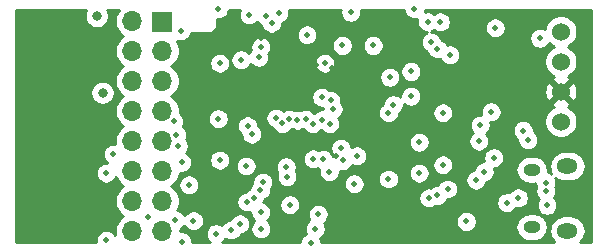
<source format=gbr>
G04 #@! TF.GenerationSoftware,KiCad,Pcbnew,5.1.5+dfsg1-2build2*
G04 #@! TF.CreationDate,2021-08-15T10:11:15+01:00*
G04 #@! TF.ProjectId,picopak,7069636f-7061-46b2-9e6b-696361645f70,rev?*
G04 #@! TF.SameCoordinates,Original*
G04 #@! TF.FileFunction,Copper,L3,Inr*
G04 #@! TF.FilePolarity,Positive*
%FSLAX46Y46*%
G04 Gerber Fmt 4.6, Leading zero omitted, Abs format (unit mm)*
G04 Created by KiCad (PCBNEW 5.1.5+dfsg1-2build2) date 2021-08-15 10:11:15*
%MOMM*%
%LPD*%
G04 APERTURE LIST*
%ADD10C,1.524000*%
%ADD11R,1.700000X1.700000*%
%ADD12O,1.700000X1.700000*%
%ADD13O,1.450000X1.050000*%
%ADD14O,1.800000X1.300000*%
%ADD15C,0.500000*%
%ADD16C,0.800000*%
%ADD17C,0.254000*%
G04 APERTURE END LIST*
D10*
X206800000Y-79145000D03*
X206800000Y-76605000D03*
X206800000Y-74065000D03*
X206800000Y-71525000D03*
D11*
X173050000Y-70700000D03*
D12*
X170510000Y-70620000D03*
X173050000Y-73160000D03*
X170510000Y-73160000D03*
X173050000Y-75700000D03*
X170510000Y-75700000D03*
X173050000Y-78240000D03*
X170510000Y-78240000D03*
X173050000Y-80780000D03*
X170510000Y-80780000D03*
X173050000Y-83320000D03*
X170510000Y-83320000D03*
X173050000Y-85860000D03*
X170510000Y-85860000D03*
X173050000Y-88400000D03*
X170510000Y-88400000D03*
D13*
X204320000Y-83225000D03*
X204320000Y-88075000D03*
D14*
X207350000Y-88375000D03*
X207350000Y-82925000D03*
D15*
X205500000Y-85000000D03*
X204000000Y-80700000D03*
X199600000Y-84100000D03*
X189300000Y-84400000D03*
X192300000Y-75400000D03*
X192600000Y-77700000D03*
X190900000Y-72699989D03*
X201250000Y-71200000D03*
X181400000Y-72800003D03*
X177600000Y-88625001D03*
X175691075Y-87529336D03*
X180150000Y-82900000D03*
X205000000Y-72100000D03*
X187223784Y-79329032D03*
X185300000Y-71800000D03*
X181800000Y-70200000D03*
X174249693Y-80279259D03*
X186535835Y-77083472D03*
X205500000Y-84300000D03*
X202200000Y-86000000D03*
X187600000Y-76200000D03*
X187400000Y-74600000D03*
X186100000Y-74349990D03*
X188200000Y-84400000D03*
X189700000Y-80300000D03*
X187750000Y-82023625D03*
X192900000Y-73600000D03*
X181400000Y-72100000D03*
X198500000Y-73600000D03*
X183954047Y-81430282D03*
X192900000Y-82800000D03*
X192900000Y-80345010D03*
X179726556Y-76695626D03*
D16*
X203300000Y-72000000D03*
D15*
X199961091Y-79461091D03*
X200300000Y-83400000D03*
X194800000Y-83500000D03*
X194804990Y-80895010D03*
X177800000Y-78900000D03*
X180267104Y-79500000D03*
X197200000Y-84850000D03*
X205623263Y-86240711D03*
X196350000Y-85400000D03*
X203200000Y-85600000D03*
X188150000Y-81391928D03*
X187292753Y-77350677D03*
X188318185Y-82432487D03*
X187511597Y-78081384D03*
X192200000Y-84000000D03*
X192200000Y-78400000D03*
X196800000Y-78400000D03*
X196800000Y-82800000D03*
X198800000Y-87600000D03*
X199850010Y-80800000D03*
X179600000Y-87800000D03*
X181200001Y-73700000D03*
X179700000Y-73900000D03*
X177900000Y-74200000D03*
D16*
X168400000Y-71900000D03*
D15*
X174800000Y-72600000D03*
X197400000Y-73500000D03*
X196350000Y-73000000D03*
X194100000Y-74900000D03*
X194100000Y-77000000D03*
X203600000Y-79900000D03*
X186800000Y-74200000D03*
X189500000Y-82050000D03*
X200900000Y-78300000D03*
X201100000Y-82200000D03*
X182922988Y-69950000D03*
X188300000Y-72699989D03*
X174400000Y-81200000D03*
D16*
X168000000Y-76700000D03*
X167500000Y-70200000D03*
D15*
X177800000Y-69600000D03*
X174600000Y-71475000D03*
X186000000Y-88200000D03*
X181400000Y-88200000D03*
X181374998Y-86825000D03*
X187200000Y-83385998D03*
X186650000Y-82350002D03*
X186250000Y-87000001D03*
X195800000Y-72400000D03*
X195600000Y-85600000D03*
X196600000Y-70700000D03*
X189000000Y-69900000D03*
X182300000Y-70800000D03*
X186564080Y-79000000D03*
X185781332Y-79315290D03*
X185190616Y-78939714D03*
X184495725Y-79024135D03*
X178900000Y-88325000D03*
X185600000Y-89425000D03*
X185831067Y-82302913D03*
X174007124Y-79125157D03*
X183203215Y-79302710D03*
X183547115Y-82958407D03*
X183605663Y-83794773D03*
X181554999Y-84260001D03*
X181361872Y-84932835D03*
X180800000Y-85600000D03*
X182668011Y-78851535D03*
X180612490Y-80200000D03*
X180193780Y-85950000D03*
X183840711Y-86175000D03*
X183800985Y-78938466D03*
X177900000Y-82400000D03*
X174150000Y-87500000D03*
X170510000Y-80780000D03*
X171800000Y-87200000D03*
X175300000Y-84500000D03*
X174700000Y-89300000D03*
X168300000Y-89200000D03*
X168300000Y-83500000D03*
X174700000Y-82600000D03*
X168900000Y-81900000D03*
X180400000Y-70100000D03*
X194400000Y-69600000D03*
X195504265Y-70689337D03*
D17*
G36*
X166582795Y-69709744D02*
G01*
X166504774Y-69898102D01*
X166465000Y-70098061D01*
X166465000Y-70301939D01*
X166504774Y-70501898D01*
X166582795Y-70690256D01*
X166696063Y-70859774D01*
X166840226Y-71003937D01*
X167009744Y-71117205D01*
X167198102Y-71195226D01*
X167398061Y-71235000D01*
X167601939Y-71235000D01*
X167801898Y-71195226D01*
X167990256Y-71117205D01*
X168159774Y-71003937D01*
X168303937Y-70859774D01*
X168417205Y-70690256D01*
X168495226Y-70501898D01*
X168535000Y-70301939D01*
X168535000Y-70098061D01*
X168495226Y-69898102D01*
X168417205Y-69709744D01*
X168383967Y-69660000D01*
X169369893Y-69660000D01*
X169356525Y-69673368D01*
X169194010Y-69916589D01*
X169082068Y-70186842D01*
X169025000Y-70473740D01*
X169025000Y-70766260D01*
X169082068Y-71053158D01*
X169194010Y-71323411D01*
X169356525Y-71566632D01*
X169563368Y-71773475D01*
X169737760Y-71890000D01*
X169563368Y-72006525D01*
X169356525Y-72213368D01*
X169194010Y-72456589D01*
X169082068Y-72726842D01*
X169025000Y-73013740D01*
X169025000Y-73306260D01*
X169082068Y-73593158D01*
X169194010Y-73863411D01*
X169356525Y-74106632D01*
X169563368Y-74313475D01*
X169737760Y-74430000D01*
X169563368Y-74546525D01*
X169356525Y-74753368D01*
X169194010Y-74996589D01*
X169082068Y-75266842D01*
X169025000Y-75553740D01*
X169025000Y-75846260D01*
X169082068Y-76133158D01*
X169194010Y-76403411D01*
X169356525Y-76646632D01*
X169563368Y-76853475D01*
X169737760Y-76970000D01*
X169563368Y-77086525D01*
X169356525Y-77293368D01*
X169194010Y-77536589D01*
X169082068Y-77806842D01*
X169025000Y-78093740D01*
X169025000Y-78386260D01*
X169082068Y-78673158D01*
X169194010Y-78943411D01*
X169356525Y-79186632D01*
X169563368Y-79393475D01*
X169737760Y-79510000D01*
X169563368Y-79626525D01*
X169356525Y-79833368D01*
X169194010Y-80076589D01*
X169082068Y-80346842D01*
X169025000Y-80633740D01*
X169025000Y-80926260D01*
X169044937Y-81026492D01*
X168987165Y-81015000D01*
X168812835Y-81015000D01*
X168641855Y-81049010D01*
X168480795Y-81115723D01*
X168335845Y-81212576D01*
X168212576Y-81335845D01*
X168115723Y-81480795D01*
X168049010Y-81641855D01*
X168015000Y-81812835D01*
X168015000Y-81987165D01*
X168049010Y-82158145D01*
X168115723Y-82319205D01*
X168212576Y-82464155D01*
X168335845Y-82587424D01*
X168377115Y-82615000D01*
X168212835Y-82615000D01*
X168041855Y-82649010D01*
X167880795Y-82715723D01*
X167735845Y-82812576D01*
X167612576Y-82935845D01*
X167515723Y-83080795D01*
X167449010Y-83241855D01*
X167415000Y-83412835D01*
X167415000Y-83587165D01*
X167449010Y-83758145D01*
X167515723Y-83919205D01*
X167612576Y-84064155D01*
X167735845Y-84187424D01*
X167880795Y-84284277D01*
X168041855Y-84350990D01*
X168212835Y-84385000D01*
X168387165Y-84385000D01*
X168558145Y-84350990D01*
X168719205Y-84284277D01*
X168864155Y-84187424D01*
X168987424Y-84064155D01*
X169084277Y-83919205D01*
X169117562Y-83838848D01*
X169194010Y-84023411D01*
X169356525Y-84266632D01*
X169563368Y-84473475D01*
X169737760Y-84590000D01*
X169563368Y-84706525D01*
X169356525Y-84913368D01*
X169194010Y-85156589D01*
X169082068Y-85426842D01*
X169025000Y-85713740D01*
X169025000Y-86006260D01*
X169082068Y-86293158D01*
X169194010Y-86563411D01*
X169356525Y-86806632D01*
X169563368Y-87013475D01*
X169737760Y-87130000D01*
X169563368Y-87246525D01*
X169356525Y-87453368D01*
X169194010Y-87696589D01*
X169082068Y-87966842D01*
X169025000Y-88253740D01*
X169025000Y-88546260D01*
X169066301Y-88753892D01*
X168987424Y-88635845D01*
X168864155Y-88512576D01*
X168719205Y-88415723D01*
X168558145Y-88349010D01*
X168387165Y-88315000D01*
X168212835Y-88315000D01*
X168041855Y-88349010D01*
X167880795Y-88415723D01*
X167735845Y-88512576D01*
X167612576Y-88635845D01*
X167515723Y-88780795D01*
X167449010Y-88941855D01*
X167415000Y-89112835D01*
X167415000Y-89287165D01*
X167425510Y-89340000D01*
X160660000Y-89340000D01*
X160660000Y-76598061D01*
X166965000Y-76598061D01*
X166965000Y-76801939D01*
X167004774Y-77001898D01*
X167082795Y-77190256D01*
X167196063Y-77359774D01*
X167340226Y-77503937D01*
X167509744Y-77617205D01*
X167698102Y-77695226D01*
X167898061Y-77735000D01*
X168101939Y-77735000D01*
X168301898Y-77695226D01*
X168490256Y-77617205D01*
X168659774Y-77503937D01*
X168803937Y-77359774D01*
X168917205Y-77190256D01*
X168995226Y-77001898D01*
X169035000Y-76801939D01*
X169035000Y-76598061D01*
X168995226Y-76398102D01*
X168917205Y-76209744D01*
X168803937Y-76040226D01*
X168659774Y-75896063D01*
X168490256Y-75782795D01*
X168301898Y-75704774D01*
X168101939Y-75665000D01*
X167898061Y-75665000D01*
X167698102Y-75704774D01*
X167509744Y-75782795D01*
X167340226Y-75896063D01*
X167196063Y-76040226D01*
X167082795Y-76209744D01*
X167004774Y-76398102D01*
X166965000Y-76598061D01*
X160660000Y-76598061D01*
X160660000Y-69660000D01*
X166616033Y-69660000D01*
X166582795Y-69709744D01*
G37*
X166582795Y-69709744D02*
X166504774Y-69898102D01*
X166465000Y-70098061D01*
X166465000Y-70301939D01*
X166504774Y-70501898D01*
X166582795Y-70690256D01*
X166696063Y-70859774D01*
X166840226Y-71003937D01*
X167009744Y-71117205D01*
X167198102Y-71195226D01*
X167398061Y-71235000D01*
X167601939Y-71235000D01*
X167801898Y-71195226D01*
X167990256Y-71117205D01*
X168159774Y-71003937D01*
X168303937Y-70859774D01*
X168417205Y-70690256D01*
X168495226Y-70501898D01*
X168535000Y-70301939D01*
X168535000Y-70098061D01*
X168495226Y-69898102D01*
X168417205Y-69709744D01*
X168383967Y-69660000D01*
X169369893Y-69660000D01*
X169356525Y-69673368D01*
X169194010Y-69916589D01*
X169082068Y-70186842D01*
X169025000Y-70473740D01*
X169025000Y-70766260D01*
X169082068Y-71053158D01*
X169194010Y-71323411D01*
X169356525Y-71566632D01*
X169563368Y-71773475D01*
X169737760Y-71890000D01*
X169563368Y-72006525D01*
X169356525Y-72213368D01*
X169194010Y-72456589D01*
X169082068Y-72726842D01*
X169025000Y-73013740D01*
X169025000Y-73306260D01*
X169082068Y-73593158D01*
X169194010Y-73863411D01*
X169356525Y-74106632D01*
X169563368Y-74313475D01*
X169737760Y-74430000D01*
X169563368Y-74546525D01*
X169356525Y-74753368D01*
X169194010Y-74996589D01*
X169082068Y-75266842D01*
X169025000Y-75553740D01*
X169025000Y-75846260D01*
X169082068Y-76133158D01*
X169194010Y-76403411D01*
X169356525Y-76646632D01*
X169563368Y-76853475D01*
X169737760Y-76970000D01*
X169563368Y-77086525D01*
X169356525Y-77293368D01*
X169194010Y-77536589D01*
X169082068Y-77806842D01*
X169025000Y-78093740D01*
X169025000Y-78386260D01*
X169082068Y-78673158D01*
X169194010Y-78943411D01*
X169356525Y-79186632D01*
X169563368Y-79393475D01*
X169737760Y-79510000D01*
X169563368Y-79626525D01*
X169356525Y-79833368D01*
X169194010Y-80076589D01*
X169082068Y-80346842D01*
X169025000Y-80633740D01*
X169025000Y-80926260D01*
X169044937Y-81026492D01*
X168987165Y-81015000D01*
X168812835Y-81015000D01*
X168641855Y-81049010D01*
X168480795Y-81115723D01*
X168335845Y-81212576D01*
X168212576Y-81335845D01*
X168115723Y-81480795D01*
X168049010Y-81641855D01*
X168015000Y-81812835D01*
X168015000Y-81987165D01*
X168049010Y-82158145D01*
X168115723Y-82319205D01*
X168212576Y-82464155D01*
X168335845Y-82587424D01*
X168377115Y-82615000D01*
X168212835Y-82615000D01*
X168041855Y-82649010D01*
X167880795Y-82715723D01*
X167735845Y-82812576D01*
X167612576Y-82935845D01*
X167515723Y-83080795D01*
X167449010Y-83241855D01*
X167415000Y-83412835D01*
X167415000Y-83587165D01*
X167449010Y-83758145D01*
X167515723Y-83919205D01*
X167612576Y-84064155D01*
X167735845Y-84187424D01*
X167880795Y-84284277D01*
X168041855Y-84350990D01*
X168212835Y-84385000D01*
X168387165Y-84385000D01*
X168558145Y-84350990D01*
X168719205Y-84284277D01*
X168864155Y-84187424D01*
X168987424Y-84064155D01*
X169084277Y-83919205D01*
X169117562Y-83838848D01*
X169194010Y-84023411D01*
X169356525Y-84266632D01*
X169563368Y-84473475D01*
X169737760Y-84590000D01*
X169563368Y-84706525D01*
X169356525Y-84913368D01*
X169194010Y-85156589D01*
X169082068Y-85426842D01*
X169025000Y-85713740D01*
X169025000Y-86006260D01*
X169082068Y-86293158D01*
X169194010Y-86563411D01*
X169356525Y-86806632D01*
X169563368Y-87013475D01*
X169737760Y-87130000D01*
X169563368Y-87246525D01*
X169356525Y-87453368D01*
X169194010Y-87696589D01*
X169082068Y-87966842D01*
X169025000Y-88253740D01*
X169025000Y-88546260D01*
X169066301Y-88753892D01*
X168987424Y-88635845D01*
X168864155Y-88512576D01*
X168719205Y-88415723D01*
X168558145Y-88349010D01*
X168387165Y-88315000D01*
X168212835Y-88315000D01*
X168041855Y-88349010D01*
X167880795Y-88415723D01*
X167735845Y-88512576D01*
X167612576Y-88635845D01*
X167515723Y-88780795D01*
X167449010Y-88941855D01*
X167415000Y-89112835D01*
X167415000Y-89287165D01*
X167425510Y-89340000D01*
X160660000Y-89340000D01*
X160660000Y-76598061D01*
X166965000Y-76598061D01*
X166965000Y-76801939D01*
X167004774Y-77001898D01*
X167082795Y-77190256D01*
X167196063Y-77359774D01*
X167340226Y-77503937D01*
X167509744Y-77617205D01*
X167698102Y-77695226D01*
X167898061Y-77735000D01*
X168101939Y-77735000D01*
X168301898Y-77695226D01*
X168490256Y-77617205D01*
X168659774Y-77503937D01*
X168803937Y-77359774D01*
X168917205Y-77190256D01*
X168995226Y-77001898D01*
X169035000Y-76801939D01*
X169035000Y-76598061D01*
X168995226Y-76398102D01*
X168917205Y-76209744D01*
X168803937Y-76040226D01*
X168659774Y-75896063D01*
X168490256Y-75782795D01*
X168301898Y-75704774D01*
X168101939Y-75665000D01*
X167898061Y-75665000D01*
X167698102Y-75704774D01*
X167509744Y-75782795D01*
X167340226Y-75896063D01*
X167196063Y-76040226D01*
X167082795Y-76209744D01*
X167004774Y-76398102D01*
X166965000Y-76598061D01*
X160660000Y-76598061D01*
X160660000Y-69660000D01*
X166616033Y-69660000D01*
X166582795Y-69709744D01*
G36*
X179615723Y-69680795D02*
G01*
X179549010Y-69841855D01*
X179515000Y-70012835D01*
X179515000Y-70187165D01*
X179549010Y-70358145D01*
X179615723Y-70519205D01*
X179712576Y-70664155D01*
X179835845Y-70787424D01*
X179980795Y-70884277D01*
X180141855Y-70950990D01*
X180312835Y-70985000D01*
X180487165Y-70985000D01*
X180658145Y-70950990D01*
X180819205Y-70884277D01*
X180964155Y-70787424D01*
X181062447Y-70689132D01*
X181112576Y-70764155D01*
X181235845Y-70887424D01*
X181380795Y-70984277D01*
X181439122Y-71008437D01*
X181449010Y-71058145D01*
X181515723Y-71219205D01*
X181612576Y-71364155D01*
X181735845Y-71487424D01*
X181880795Y-71584277D01*
X182041855Y-71650990D01*
X182212835Y-71685000D01*
X182387165Y-71685000D01*
X182558145Y-71650990D01*
X182719205Y-71584277D01*
X182864155Y-71487424D01*
X182987424Y-71364155D01*
X183084277Y-71219205D01*
X183150990Y-71058145D01*
X183185000Y-70887165D01*
X183185000Y-70799388D01*
X183342193Y-70734277D01*
X183487143Y-70637424D01*
X183610412Y-70514155D01*
X183707265Y-70369205D01*
X183773978Y-70208145D01*
X183807988Y-70037165D01*
X183807988Y-69862835D01*
X183773978Y-69691855D01*
X183760783Y-69660000D01*
X188145401Y-69660000D01*
X188115000Y-69812835D01*
X188115000Y-69987165D01*
X188149010Y-70158145D01*
X188215723Y-70319205D01*
X188312576Y-70464155D01*
X188435845Y-70587424D01*
X188580795Y-70684277D01*
X188741855Y-70750990D01*
X188912835Y-70785000D01*
X189087165Y-70785000D01*
X189258145Y-70750990D01*
X189419205Y-70684277D01*
X189564155Y-70587424D01*
X189687424Y-70464155D01*
X189784277Y-70319205D01*
X189850990Y-70158145D01*
X189885000Y-69987165D01*
X189885000Y-69812835D01*
X189854599Y-69660000D01*
X193515000Y-69660000D01*
X193515000Y-69687165D01*
X193549010Y-69858145D01*
X193615723Y-70019205D01*
X193712576Y-70164155D01*
X193835845Y-70287424D01*
X193980795Y-70384277D01*
X194141855Y-70450990D01*
X194312835Y-70485000D01*
X194487165Y-70485000D01*
X194648974Y-70452814D01*
X194619265Y-70602172D01*
X194619265Y-70776502D01*
X194653275Y-70947482D01*
X194719988Y-71108542D01*
X194816841Y-71253492D01*
X194940110Y-71376761D01*
X195085060Y-71473614D01*
X195246120Y-71540327D01*
X195417100Y-71574337D01*
X195480710Y-71574337D01*
X195380795Y-71615723D01*
X195235845Y-71712576D01*
X195112576Y-71835845D01*
X195015723Y-71980795D01*
X194949010Y-72141855D01*
X194915000Y-72312835D01*
X194915000Y-72487165D01*
X194949010Y-72658145D01*
X195015723Y-72819205D01*
X195112576Y-72964155D01*
X195235845Y-73087424D01*
X195380795Y-73184277D01*
X195493612Y-73231007D01*
X195499010Y-73258145D01*
X195565723Y-73419205D01*
X195662576Y-73564155D01*
X195785845Y-73687424D01*
X195930795Y-73784277D01*
X196091855Y-73850990D01*
X196262835Y-73885000D01*
X196437165Y-73885000D01*
X196589041Y-73854790D01*
X196615723Y-73919205D01*
X196712576Y-74064155D01*
X196835845Y-74187424D01*
X196980795Y-74284277D01*
X197141855Y-74350990D01*
X197312835Y-74385000D01*
X197487165Y-74385000D01*
X197658145Y-74350990D01*
X197819205Y-74284277D01*
X197964155Y-74187424D01*
X198087424Y-74064155D01*
X198184277Y-73919205D01*
X198250990Y-73758145D01*
X198285000Y-73587165D01*
X198285000Y-73412835D01*
X198250990Y-73241855D01*
X198184277Y-73080795D01*
X198087424Y-72935845D01*
X197964155Y-72812576D01*
X197819205Y-72715723D01*
X197658145Y-72649010D01*
X197487165Y-72615000D01*
X197312835Y-72615000D01*
X197160959Y-72645210D01*
X197134277Y-72580795D01*
X197037424Y-72435845D01*
X196914155Y-72312576D01*
X196769205Y-72215723D01*
X196656388Y-72168993D01*
X196650990Y-72141855D01*
X196584277Y-71980795D01*
X196487424Y-71835845D01*
X196364155Y-71712576D01*
X196219205Y-71615723D01*
X196058145Y-71549010D01*
X195887165Y-71515000D01*
X195823555Y-71515000D01*
X195923470Y-71473614D01*
X196044153Y-71392976D01*
X196180795Y-71484277D01*
X196341855Y-71550990D01*
X196512835Y-71585000D01*
X196687165Y-71585000D01*
X196858145Y-71550990D01*
X197019205Y-71484277D01*
X197164155Y-71387424D01*
X197287424Y-71264155D01*
X197384277Y-71119205D01*
X197386915Y-71112835D01*
X200365000Y-71112835D01*
X200365000Y-71287165D01*
X200399010Y-71458145D01*
X200465723Y-71619205D01*
X200562576Y-71764155D01*
X200685845Y-71887424D01*
X200830795Y-71984277D01*
X200991855Y-72050990D01*
X201162835Y-72085000D01*
X201337165Y-72085000D01*
X201508145Y-72050990D01*
X201600259Y-72012835D01*
X204115000Y-72012835D01*
X204115000Y-72187165D01*
X204149010Y-72358145D01*
X204215723Y-72519205D01*
X204312576Y-72664155D01*
X204435845Y-72787424D01*
X204580795Y-72884277D01*
X204741855Y-72950990D01*
X204912835Y-72985000D01*
X205087165Y-72985000D01*
X205258145Y-72950990D01*
X205419205Y-72884277D01*
X205564155Y-72787424D01*
X205687424Y-72664155D01*
X205784277Y-72519205D01*
X205794315Y-72494970D01*
X205909465Y-72610120D01*
X206138273Y-72763005D01*
X206215515Y-72795000D01*
X206138273Y-72826995D01*
X205909465Y-72979880D01*
X205714880Y-73174465D01*
X205561995Y-73403273D01*
X205456686Y-73657510D01*
X205403000Y-73927408D01*
X205403000Y-74202592D01*
X205456686Y-74472490D01*
X205561995Y-74726727D01*
X205714880Y-74955535D01*
X205909465Y-75150120D01*
X206138273Y-75303005D01*
X206209943Y-75332692D01*
X206196977Y-75337364D01*
X206081020Y-75399344D01*
X206014040Y-75639435D01*
X206800000Y-76425395D01*
X207585960Y-75639435D01*
X207518980Y-75399344D01*
X207383240Y-75335515D01*
X207461727Y-75303005D01*
X207690535Y-75150120D01*
X207885120Y-74955535D01*
X208038005Y-74726727D01*
X208143314Y-74472490D01*
X208197000Y-74202592D01*
X208197000Y-73927408D01*
X208143314Y-73657510D01*
X208038005Y-73403273D01*
X207885120Y-73174465D01*
X207690535Y-72979880D01*
X207461727Y-72826995D01*
X207384485Y-72795000D01*
X207461727Y-72763005D01*
X207690535Y-72610120D01*
X207885120Y-72415535D01*
X208038005Y-72186727D01*
X208143314Y-71932490D01*
X208197000Y-71662592D01*
X208197000Y-71387408D01*
X208143314Y-71117510D01*
X208038005Y-70863273D01*
X207885120Y-70634465D01*
X207690535Y-70439880D01*
X207461727Y-70286995D01*
X207207490Y-70181686D01*
X206937592Y-70128000D01*
X206662408Y-70128000D01*
X206392510Y-70181686D01*
X206138273Y-70286995D01*
X205909465Y-70439880D01*
X205714880Y-70634465D01*
X205561995Y-70863273D01*
X205456686Y-71117510D01*
X205417407Y-71314978D01*
X205258145Y-71249010D01*
X205087165Y-71215000D01*
X204912835Y-71215000D01*
X204741855Y-71249010D01*
X204580795Y-71315723D01*
X204435845Y-71412576D01*
X204312576Y-71535845D01*
X204215723Y-71680795D01*
X204149010Y-71841855D01*
X204115000Y-72012835D01*
X201600259Y-72012835D01*
X201669205Y-71984277D01*
X201814155Y-71887424D01*
X201937424Y-71764155D01*
X202034277Y-71619205D01*
X202100990Y-71458145D01*
X202135000Y-71287165D01*
X202135000Y-71112835D01*
X202100990Y-70941855D01*
X202034277Y-70780795D01*
X201937424Y-70635845D01*
X201814155Y-70512576D01*
X201669205Y-70415723D01*
X201508145Y-70349010D01*
X201337165Y-70315000D01*
X201162835Y-70315000D01*
X200991855Y-70349010D01*
X200830795Y-70415723D01*
X200685845Y-70512576D01*
X200562576Y-70635845D01*
X200465723Y-70780795D01*
X200399010Y-70941855D01*
X200365000Y-71112835D01*
X197386915Y-71112835D01*
X197450990Y-70958145D01*
X197485000Y-70787165D01*
X197485000Y-70612835D01*
X197450990Y-70441855D01*
X197384277Y-70280795D01*
X197287424Y-70135845D01*
X197164155Y-70012576D01*
X197019205Y-69915723D01*
X196858145Y-69849010D01*
X196687165Y-69815000D01*
X196512835Y-69815000D01*
X196341855Y-69849010D01*
X196180795Y-69915723D01*
X196060112Y-69996361D01*
X195923470Y-69905060D01*
X195762410Y-69838347D01*
X195591430Y-69804337D01*
X195417100Y-69804337D01*
X195255291Y-69836523D01*
X195285000Y-69687165D01*
X195285000Y-69660000D01*
X209340000Y-69660000D01*
X209340000Y-70032418D01*
X209340001Y-70032428D01*
X209340000Y-89340000D01*
X208449700Y-89340000D01*
X208513028Y-89288028D01*
X208673608Y-89092362D01*
X208792929Y-88869127D01*
X208866407Y-88626904D01*
X208891217Y-88375000D01*
X208866407Y-88123096D01*
X208792929Y-87880873D01*
X208673608Y-87657638D01*
X208513028Y-87461972D01*
X208317362Y-87301392D01*
X208094127Y-87182071D01*
X207851904Y-87108593D01*
X207663123Y-87090000D01*
X207036877Y-87090000D01*
X206848096Y-87108593D01*
X206605873Y-87182071D01*
X206382638Y-87301392D01*
X206186972Y-87461972D01*
X206026392Y-87657638D01*
X205907071Y-87880873D01*
X205833593Y-88123096D01*
X205808783Y-88375000D01*
X205833593Y-88626904D01*
X205907071Y-88869127D01*
X206026392Y-89092362D01*
X206186972Y-89288028D01*
X206250300Y-89340000D01*
X186485000Y-89340000D01*
X186485000Y-89337835D01*
X186450990Y-89166855D01*
X186384277Y-89005795D01*
X186380587Y-89000273D01*
X186419205Y-88984277D01*
X186564155Y-88887424D01*
X186687424Y-88764155D01*
X186784277Y-88619205D01*
X186850990Y-88458145D01*
X186885000Y-88287165D01*
X186885000Y-88112835D01*
X186850990Y-87941855D01*
X186784277Y-87780795D01*
X186750368Y-87730046D01*
X186814155Y-87687425D01*
X186937424Y-87564156D01*
X186971715Y-87512835D01*
X197915000Y-87512835D01*
X197915000Y-87687165D01*
X197949010Y-87858145D01*
X198015723Y-88019205D01*
X198112576Y-88164155D01*
X198235845Y-88287424D01*
X198380795Y-88384277D01*
X198541855Y-88450990D01*
X198712835Y-88485000D01*
X198887165Y-88485000D01*
X199058145Y-88450990D01*
X199219205Y-88384277D01*
X199364155Y-88287424D01*
X199487424Y-88164155D01*
X199546995Y-88075000D01*
X202954388Y-88075000D01*
X202976785Y-88302400D01*
X203043115Y-88521060D01*
X203150829Y-88722579D01*
X203295788Y-88899212D01*
X203472421Y-89044171D01*
X203673940Y-89151885D01*
X203892600Y-89218215D01*
X204063021Y-89235000D01*
X204576979Y-89235000D01*
X204747400Y-89218215D01*
X204966060Y-89151885D01*
X205167579Y-89044171D01*
X205344212Y-88899212D01*
X205489171Y-88722579D01*
X205596885Y-88521060D01*
X205663215Y-88302400D01*
X205685612Y-88075000D01*
X205663215Y-87847600D01*
X205596885Y-87628940D01*
X205489171Y-87427421D01*
X205344212Y-87250788D01*
X205167579Y-87105829D01*
X204966060Y-86998115D01*
X204747400Y-86931785D01*
X204576979Y-86915000D01*
X204063021Y-86915000D01*
X203892600Y-86931785D01*
X203673940Y-86998115D01*
X203472421Y-87105829D01*
X203295788Y-87250788D01*
X203150829Y-87427421D01*
X203043115Y-87628940D01*
X202976785Y-87847600D01*
X202954388Y-88075000D01*
X199546995Y-88075000D01*
X199584277Y-88019205D01*
X199650990Y-87858145D01*
X199685000Y-87687165D01*
X199685000Y-87512835D01*
X199650990Y-87341855D01*
X199584277Y-87180795D01*
X199487424Y-87035845D01*
X199364155Y-86912576D01*
X199219205Y-86815723D01*
X199058145Y-86749010D01*
X198887165Y-86715000D01*
X198712835Y-86715000D01*
X198541855Y-86749010D01*
X198380795Y-86815723D01*
X198235845Y-86912576D01*
X198112576Y-87035845D01*
X198015723Y-87180795D01*
X197949010Y-87341855D01*
X197915000Y-87512835D01*
X186971715Y-87512835D01*
X187034277Y-87419206D01*
X187100990Y-87258146D01*
X187135000Y-87087166D01*
X187135000Y-86912836D01*
X187100990Y-86741856D01*
X187034277Y-86580796D01*
X186937424Y-86435846D01*
X186814155Y-86312577D01*
X186669205Y-86215724D01*
X186508145Y-86149011D01*
X186337165Y-86115001D01*
X186162835Y-86115001D01*
X185991855Y-86149011D01*
X185830795Y-86215724D01*
X185685845Y-86312577D01*
X185562576Y-86435846D01*
X185465723Y-86580796D01*
X185399010Y-86741856D01*
X185365000Y-86912836D01*
X185365000Y-87087166D01*
X185399010Y-87258146D01*
X185465723Y-87419206D01*
X185499632Y-87469955D01*
X185435845Y-87512576D01*
X185312576Y-87635845D01*
X185215723Y-87780795D01*
X185149010Y-87941855D01*
X185115000Y-88112835D01*
X185115000Y-88287165D01*
X185149010Y-88458145D01*
X185215723Y-88619205D01*
X185219413Y-88624727D01*
X185180795Y-88640723D01*
X185035845Y-88737576D01*
X184912576Y-88860845D01*
X184815723Y-89005795D01*
X184749010Y-89166855D01*
X184715000Y-89337835D01*
X184715000Y-89340000D01*
X178122886Y-89340000D01*
X178164155Y-89312425D01*
X178287424Y-89189156D01*
X178384009Y-89044607D01*
X178480795Y-89109277D01*
X178641855Y-89175990D01*
X178812835Y-89210000D01*
X178987165Y-89210000D01*
X179158145Y-89175990D01*
X179319205Y-89109277D01*
X179464155Y-89012424D01*
X179587424Y-88889155D01*
X179684277Y-88744205D01*
X179710743Y-88680310D01*
X179858145Y-88650990D01*
X180019205Y-88584277D01*
X180164155Y-88487424D01*
X180287424Y-88364155D01*
X180384277Y-88219205D01*
X180450990Y-88058145D01*
X180485000Y-87887165D01*
X180485000Y-87712835D01*
X180450990Y-87541855D01*
X180384277Y-87380795D01*
X180287424Y-87235845D01*
X180164155Y-87112576D01*
X180019205Y-87015723D01*
X179858145Y-86949010D01*
X179687165Y-86915000D01*
X179512835Y-86915000D01*
X179341855Y-86949010D01*
X179180795Y-87015723D01*
X179035845Y-87112576D01*
X178912576Y-87235845D01*
X178815723Y-87380795D01*
X178789257Y-87444690D01*
X178641855Y-87474010D01*
X178480795Y-87540723D01*
X178335845Y-87637576D01*
X178212576Y-87760845D01*
X178115991Y-87905394D01*
X178019205Y-87840724D01*
X177858145Y-87774011D01*
X177687165Y-87740001D01*
X177512835Y-87740001D01*
X177341855Y-87774011D01*
X177180795Y-87840724D01*
X177035845Y-87937577D01*
X176912576Y-88060846D01*
X176815723Y-88205796D01*
X176749010Y-88366856D01*
X176715000Y-88537836D01*
X176715000Y-88712166D01*
X176749010Y-88883146D01*
X176815723Y-89044206D01*
X176912576Y-89189156D01*
X177035845Y-89312425D01*
X177077114Y-89340000D01*
X175585000Y-89340000D01*
X175585000Y-89212835D01*
X175550990Y-89041855D01*
X175484277Y-88880795D01*
X175387424Y-88735845D01*
X175264155Y-88612576D01*
X175119205Y-88515723D01*
X174958145Y-88449010D01*
X174787165Y-88415000D01*
X174612835Y-88415000D01*
X174535000Y-88430482D01*
X174535000Y-88298445D01*
X174569205Y-88284277D01*
X174714155Y-88187424D01*
X174837424Y-88064155D01*
X174910737Y-87954436D01*
X175003651Y-88093491D01*
X175126920Y-88216760D01*
X175271870Y-88313613D01*
X175432930Y-88380326D01*
X175603910Y-88414336D01*
X175778240Y-88414336D01*
X175949220Y-88380326D01*
X176110280Y-88313613D01*
X176255230Y-88216760D01*
X176378499Y-88093491D01*
X176475352Y-87948541D01*
X176542065Y-87787481D01*
X176576075Y-87616501D01*
X176576075Y-87442171D01*
X176542065Y-87271191D01*
X176475352Y-87110131D01*
X176378499Y-86965181D01*
X176255230Y-86841912D01*
X176110280Y-86745059D01*
X175949220Y-86678346D01*
X175778240Y-86644336D01*
X175603910Y-86644336D01*
X175432930Y-86678346D01*
X175271870Y-86745059D01*
X175126920Y-86841912D01*
X175003651Y-86965181D01*
X174930338Y-87074900D01*
X174837424Y-86935845D01*
X174714155Y-86812576D01*
X174569205Y-86715723D01*
X174408145Y-86649010D01*
X174320450Y-86631566D01*
X174365990Y-86563411D01*
X174477932Y-86293158D01*
X174535000Y-86006260D01*
X174535000Y-85862835D01*
X179308780Y-85862835D01*
X179308780Y-86037165D01*
X179342790Y-86208145D01*
X179409503Y-86369205D01*
X179506356Y-86514155D01*
X179629625Y-86637424D01*
X179774575Y-86734277D01*
X179935635Y-86800990D01*
X180106615Y-86835000D01*
X180280945Y-86835000D01*
X180451925Y-86800990D01*
X180489998Y-86785220D01*
X180489998Y-86912165D01*
X180524008Y-87083145D01*
X180590721Y-87244205D01*
X180687574Y-87389155D01*
X180810843Y-87512424D01*
X180825922Y-87522499D01*
X180712576Y-87635845D01*
X180615723Y-87780795D01*
X180549010Y-87941855D01*
X180515000Y-88112835D01*
X180515000Y-88287165D01*
X180549010Y-88458145D01*
X180615723Y-88619205D01*
X180712576Y-88764155D01*
X180835845Y-88887424D01*
X180980795Y-88984277D01*
X181141855Y-89050990D01*
X181312835Y-89085000D01*
X181487165Y-89085000D01*
X181658145Y-89050990D01*
X181819205Y-88984277D01*
X181964155Y-88887424D01*
X182087424Y-88764155D01*
X182184277Y-88619205D01*
X182250990Y-88458145D01*
X182285000Y-88287165D01*
X182285000Y-88112835D01*
X182250990Y-87941855D01*
X182184277Y-87780795D01*
X182087424Y-87635845D01*
X181964155Y-87512576D01*
X181949076Y-87502501D01*
X182062422Y-87389155D01*
X182159275Y-87244205D01*
X182225988Y-87083145D01*
X182259998Y-86912165D01*
X182259998Y-86737835D01*
X182225988Y-86566855D01*
X182159275Y-86405795D01*
X182062422Y-86260845D01*
X181939153Y-86137576D01*
X181864711Y-86087835D01*
X182955711Y-86087835D01*
X182955711Y-86262165D01*
X182989721Y-86433145D01*
X183056434Y-86594205D01*
X183153287Y-86739155D01*
X183276556Y-86862424D01*
X183421506Y-86959277D01*
X183582566Y-87025990D01*
X183753546Y-87060000D01*
X183927876Y-87060000D01*
X184098856Y-87025990D01*
X184259916Y-86959277D01*
X184404866Y-86862424D01*
X184528135Y-86739155D01*
X184624988Y-86594205D01*
X184691701Y-86433145D01*
X184725711Y-86262165D01*
X184725711Y-86087835D01*
X184691701Y-85916855D01*
X184624988Y-85755795D01*
X184528135Y-85610845D01*
X184430125Y-85512835D01*
X194715000Y-85512835D01*
X194715000Y-85687165D01*
X194749010Y-85858145D01*
X194815723Y-86019205D01*
X194912576Y-86164155D01*
X195035845Y-86287424D01*
X195180795Y-86384277D01*
X195341855Y-86450990D01*
X195512835Y-86485000D01*
X195687165Y-86485000D01*
X195858145Y-86450990D01*
X196019205Y-86384277D01*
X196164155Y-86287424D01*
X196182549Y-86269030D01*
X196262835Y-86285000D01*
X196437165Y-86285000D01*
X196608145Y-86250990D01*
X196769205Y-86184277D01*
X196914155Y-86087424D01*
X197037424Y-85964155D01*
X197071715Y-85912835D01*
X201315000Y-85912835D01*
X201315000Y-86087165D01*
X201349010Y-86258145D01*
X201415723Y-86419205D01*
X201512576Y-86564155D01*
X201635845Y-86687424D01*
X201780795Y-86784277D01*
X201941855Y-86850990D01*
X202112835Y-86885000D01*
X202287165Y-86885000D01*
X202458145Y-86850990D01*
X202619205Y-86784277D01*
X202764155Y-86687424D01*
X202887424Y-86564155D01*
X202960554Y-86454709D01*
X203112835Y-86485000D01*
X203287165Y-86485000D01*
X203458145Y-86450990D01*
X203619205Y-86384277D01*
X203764155Y-86287424D01*
X203887424Y-86164155D01*
X203984277Y-86019205D01*
X204050990Y-85858145D01*
X204085000Y-85687165D01*
X204085000Y-85512835D01*
X204050990Y-85341855D01*
X203984277Y-85180795D01*
X203887424Y-85035845D01*
X203764155Y-84912576D01*
X203619205Y-84815723D01*
X203458145Y-84749010D01*
X203287165Y-84715000D01*
X203112835Y-84715000D01*
X202941855Y-84749010D01*
X202780795Y-84815723D01*
X202635845Y-84912576D01*
X202512576Y-85035845D01*
X202439446Y-85145291D01*
X202287165Y-85115000D01*
X202112835Y-85115000D01*
X201941855Y-85149010D01*
X201780795Y-85215723D01*
X201635845Y-85312576D01*
X201512576Y-85435845D01*
X201415723Y-85580795D01*
X201349010Y-85741855D01*
X201315000Y-85912835D01*
X197071715Y-85912835D01*
X197134277Y-85819205D01*
X197169156Y-85735000D01*
X197287165Y-85735000D01*
X197458145Y-85700990D01*
X197619205Y-85634277D01*
X197764155Y-85537424D01*
X197887424Y-85414155D01*
X197984277Y-85269205D01*
X198050990Y-85108145D01*
X198085000Y-84937165D01*
X198085000Y-84762835D01*
X198050990Y-84591855D01*
X197984277Y-84430795D01*
X197887424Y-84285845D01*
X197764155Y-84162576D01*
X197619205Y-84065723D01*
X197491522Y-84012835D01*
X198715000Y-84012835D01*
X198715000Y-84187165D01*
X198749010Y-84358145D01*
X198815723Y-84519205D01*
X198912576Y-84664155D01*
X199035845Y-84787424D01*
X199180795Y-84884277D01*
X199341855Y-84950990D01*
X199512835Y-84985000D01*
X199687165Y-84985000D01*
X199858145Y-84950990D01*
X200019205Y-84884277D01*
X200164155Y-84787424D01*
X200287424Y-84664155D01*
X200384277Y-84519205D01*
X200450990Y-84358145D01*
X200468768Y-84268768D01*
X200558145Y-84250990D01*
X200719205Y-84184277D01*
X200864155Y-84087424D01*
X200987424Y-83964155D01*
X201084277Y-83819205D01*
X201150990Y-83658145D01*
X201185000Y-83487165D01*
X201185000Y-83312835D01*
X201167529Y-83225000D01*
X202954388Y-83225000D01*
X202976785Y-83452400D01*
X203043115Y-83671060D01*
X203150829Y-83872579D01*
X203295788Y-84049212D01*
X203472421Y-84194171D01*
X203673940Y-84301885D01*
X203892600Y-84368215D01*
X204063021Y-84385000D01*
X204576979Y-84385000D01*
X204615000Y-84381255D01*
X204615000Y-84387165D01*
X204649010Y-84558145D01*
X204687057Y-84650000D01*
X204649010Y-84741855D01*
X204615000Y-84912835D01*
X204615000Y-85087165D01*
X204649010Y-85258145D01*
X204715723Y-85419205D01*
X204812576Y-85564155D01*
X204931488Y-85683067D01*
X204838986Y-85821506D01*
X204772273Y-85982566D01*
X204738263Y-86153546D01*
X204738263Y-86327876D01*
X204772273Y-86498856D01*
X204838986Y-86659916D01*
X204935839Y-86804866D01*
X205059108Y-86928135D01*
X205204058Y-87024988D01*
X205365118Y-87091701D01*
X205536098Y-87125711D01*
X205710428Y-87125711D01*
X205881408Y-87091701D01*
X206042468Y-87024988D01*
X206187418Y-86928135D01*
X206310687Y-86804866D01*
X206407540Y-86659916D01*
X206474253Y-86498856D01*
X206508263Y-86327876D01*
X206508263Y-86153546D01*
X206474253Y-85982566D01*
X206407540Y-85821506D01*
X206310687Y-85676556D01*
X206191775Y-85557644D01*
X206284277Y-85419205D01*
X206350990Y-85258145D01*
X206385000Y-85087165D01*
X206385000Y-84912835D01*
X206350990Y-84741855D01*
X206312943Y-84650000D01*
X206350990Y-84558145D01*
X206385000Y-84387165D01*
X206385000Y-84212835D01*
X206350990Y-84041855D01*
X206307552Y-83936986D01*
X206382638Y-83998608D01*
X206605873Y-84117929D01*
X206848096Y-84191407D01*
X207036877Y-84210000D01*
X207663123Y-84210000D01*
X207851904Y-84191407D01*
X208094127Y-84117929D01*
X208317362Y-83998608D01*
X208513028Y-83838028D01*
X208673608Y-83642362D01*
X208792929Y-83419127D01*
X208866407Y-83176904D01*
X208891217Y-82925000D01*
X208866407Y-82673096D01*
X208792929Y-82430873D01*
X208673608Y-82207638D01*
X208513028Y-82011972D01*
X208317362Y-81851392D01*
X208094127Y-81732071D01*
X207851904Y-81658593D01*
X207663123Y-81640000D01*
X207036877Y-81640000D01*
X206848096Y-81658593D01*
X206605873Y-81732071D01*
X206382638Y-81851392D01*
X206186972Y-82011972D01*
X206026392Y-82207638D01*
X205907071Y-82430873D01*
X205833593Y-82673096D01*
X205808783Y-82925000D01*
X205833593Y-83176904D01*
X205907071Y-83419127D01*
X205980646Y-83556777D01*
X205919205Y-83515723D01*
X205758145Y-83449010D01*
X205665367Y-83430555D01*
X205685612Y-83225000D01*
X205663215Y-82997600D01*
X205596885Y-82778940D01*
X205489171Y-82577421D01*
X205344212Y-82400788D01*
X205167579Y-82255829D01*
X204966060Y-82148115D01*
X204747400Y-82081785D01*
X204576979Y-82065000D01*
X204063021Y-82065000D01*
X203892600Y-82081785D01*
X203673940Y-82148115D01*
X203472421Y-82255829D01*
X203295788Y-82400788D01*
X203150829Y-82577421D01*
X203043115Y-82778940D01*
X202976785Y-82997600D01*
X202954388Y-83225000D01*
X201167529Y-83225000D01*
X201150990Y-83141855D01*
X201127440Y-83085000D01*
X201187165Y-83085000D01*
X201358145Y-83050990D01*
X201519205Y-82984277D01*
X201664155Y-82887424D01*
X201787424Y-82764155D01*
X201884277Y-82619205D01*
X201950990Y-82458145D01*
X201985000Y-82287165D01*
X201985000Y-82112835D01*
X201950990Y-81941855D01*
X201884277Y-81780795D01*
X201787424Y-81635845D01*
X201664155Y-81512576D01*
X201519205Y-81415723D01*
X201358145Y-81349010D01*
X201187165Y-81315000D01*
X201012835Y-81315000D01*
X200841855Y-81349010D01*
X200680795Y-81415723D01*
X200535845Y-81512576D01*
X200412576Y-81635845D01*
X200315723Y-81780795D01*
X200249010Y-81941855D01*
X200215000Y-82112835D01*
X200215000Y-82287165D01*
X200249010Y-82458145D01*
X200272560Y-82515000D01*
X200212835Y-82515000D01*
X200041855Y-82549010D01*
X199880795Y-82615723D01*
X199735845Y-82712576D01*
X199612576Y-82835845D01*
X199515723Y-82980795D01*
X199449010Y-83141855D01*
X199431232Y-83231232D01*
X199341855Y-83249010D01*
X199180795Y-83315723D01*
X199035845Y-83412576D01*
X198912576Y-83535845D01*
X198815723Y-83680795D01*
X198749010Y-83841855D01*
X198715000Y-84012835D01*
X197491522Y-84012835D01*
X197458145Y-83999010D01*
X197287165Y-83965000D01*
X197112835Y-83965000D01*
X196941855Y-83999010D01*
X196780795Y-84065723D01*
X196635845Y-84162576D01*
X196512576Y-84285845D01*
X196415723Y-84430795D01*
X196380844Y-84515000D01*
X196262835Y-84515000D01*
X196091855Y-84549010D01*
X195930795Y-84615723D01*
X195785845Y-84712576D01*
X195767451Y-84730970D01*
X195687165Y-84715000D01*
X195512835Y-84715000D01*
X195341855Y-84749010D01*
X195180795Y-84815723D01*
X195035845Y-84912576D01*
X194912576Y-85035845D01*
X194815723Y-85180795D01*
X194749010Y-85341855D01*
X194715000Y-85512835D01*
X184430125Y-85512835D01*
X184404866Y-85487576D01*
X184259916Y-85390723D01*
X184098856Y-85324010D01*
X183927876Y-85290000D01*
X183753546Y-85290000D01*
X183582566Y-85324010D01*
X183421506Y-85390723D01*
X183276556Y-85487576D01*
X183153287Y-85610845D01*
X183056434Y-85755795D01*
X182989721Y-85916855D01*
X182955711Y-86087835D01*
X181864711Y-86087835D01*
X181794203Y-86040723D01*
X181633143Y-85974010D01*
X181605292Y-85968470D01*
X181650990Y-85858145D01*
X181669882Y-85763170D01*
X181781077Y-85717112D01*
X181926027Y-85620259D01*
X182049296Y-85496990D01*
X182146149Y-85352040D01*
X182212862Y-85190980D01*
X182246872Y-85020000D01*
X182246872Y-84845670D01*
X182242554Y-84823960D01*
X182339276Y-84679206D01*
X182405989Y-84518146D01*
X182439999Y-84347166D01*
X182439999Y-84172836D01*
X182405989Y-84001856D01*
X182339276Y-83840796D01*
X182242423Y-83695846D01*
X182119154Y-83572577D01*
X181974204Y-83475724D01*
X181813144Y-83409011D01*
X181642164Y-83375001D01*
X181467834Y-83375001D01*
X181296854Y-83409011D01*
X181135794Y-83475724D01*
X180990844Y-83572577D01*
X180867575Y-83695846D01*
X180770722Y-83840796D01*
X180704009Y-84001856D01*
X180669999Y-84172836D01*
X180669999Y-84347166D01*
X180674317Y-84368876D01*
X180577595Y-84513630D01*
X180510882Y-84674690D01*
X180491990Y-84769665D01*
X180380795Y-84815723D01*
X180235845Y-84912576D01*
X180112576Y-85035845D01*
X180091023Y-85068101D01*
X179935635Y-85099010D01*
X179774575Y-85165723D01*
X179629625Y-85262576D01*
X179506356Y-85385845D01*
X179409503Y-85530795D01*
X179342790Y-85691855D01*
X179308780Y-85862835D01*
X174535000Y-85862835D01*
X174535000Y-85713740D01*
X174477932Y-85426842D01*
X174365990Y-85156589D01*
X174203475Y-84913368D01*
X173996632Y-84706525D01*
X173822240Y-84590000D01*
X173996632Y-84473475D01*
X174057272Y-84412835D01*
X174415000Y-84412835D01*
X174415000Y-84587165D01*
X174449010Y-84758145D01*
X174515723Y-84919205D01*
X174612576Y-85064155D01*
X174735845Y-85187424D01*
X174880795Y-85284277D01*
X175041855Y-85350990D01*
X175212835Y-85385000D01*
X175387165Y-85385000D01*
X175558145Y-85350990D01*
X175719205Y-85284277D01*
X175864155Y-85187424D01*
X175987424Y-85064155D01*
X176084277Y-84919205D01*
X176150990Y-84758145D01*
X176185000Y-84587165D01*
X176185000Y-84412835D01*
X176150990Y-84241855D01*
X176084277Y-84080795D01*
X175987424Y-83935845D01*
X175864155Y-83812576D01*
X175719205Y-83715723D01*
X175558145Y-83649010D01*
X175387165Y-83615000D01*
X175212835Y-83615000D01*
X175041855Y-83649010D01*
X174880795Y-83715723D01*
X174735845Y-83812576D01*
X174612576Y-83935845D01*
X174515723Y-84080795D01*
X174449010Y-84241855D01*
X174415000Y-84412835D01*
X174057272Y-84412835D01*
X174203475Y-84266632D01*
X174365990Y-84023411D01*
X174477932Y-83753158D01*
X174534377Y-83469394D01*
X174612835Y-83485000D01*
X174787165Y-83485000D01*
X174958145Y-83450990D01*
X175119205Y-83384277D01*
X175264155Y-83287424D01*
X175387424Y-83164155D01*
X175484277Y-83019205D01*
X175550990Y-82858145D01*
X175585000Y-82687165D01*
X175585000Y-82512835D01*
X175550990Y-82341855D01*
X175538970Y-82312835D01*
X177015000Y-82312835D01*
X177015000Y-82487165D01*
X177049010Y-82658145D01*
X177115723Y-82819205D01*
X177212576Y-82964155D01*
X177335845Y-83087424D01*
X177480795Y-83184277D01*
X177641855Y-83250990D01*
X177812835Y-83285000D01*
X177987165Y-83285000D01*
X178158145Y-83250990D01*
X178319205Y-83184277D01*
X178464155Y-83087424D01*
X178587424Y-82964155D01*
X178684277Y-82819205D01*
X178686915Y-82812835D01*
X179265000Y-82812835D01*
X179265000Y-82987165D01*
X179299010Y-83158145D01*
X179365723Y-83319205D01*
X179462576Y-83464155D01*
X179585845Y-83587424D01*
X179730795Y-83684277D01*
X179891855Y-83750990D01*
X180062835Y-83785000D01*
X180237165Y-83785000D01*
X180408145Y-83750990D01*
X180569205Y-83684277D01*
X180714155Y-83587424D01*
X180837424Y-83464155D01*
X180934277Y-83319205D01*
X181000990Y-83158145D01*
X181035000Y-82987165D01*
X181035000Y-82871242D01*
X182662115Y-82871242D01*
X182662115Y-83045572D01*
X182696125Y-83216552D01*
X182762838Y-83377612D01*
X182798458Y-83430921D01*
X182754673Y-83536628D01*
X182720663Y-83707608D01*
X182720663Y-83881938D01*
X182754673Y-84052918D01*
X182821386Y-84213978D01*
X182918239Y-84358928D01*
X183041508Y-84482197D01*
X183186458Y-84579050D01*
X183347518Y-84645763D01*
X183518498Y-84679773D01*
X183692828Y-84679773D01*
X183863808Y-84645763D01*
X184024868Y-84579050D01*
X184169818Y-84482197D01*
X184293087Y-84358928D01*
X184323885Y-84312835D01*
X188415000Y-84312835D01*
X188415000Y-84487165D01*
X188449010Y-84658145D01*
X188515723Y-84819205D01*
X188612576Y-84964155D01*
X188735845Y-85087424D01*
X188880795Y-85184277D01*
X189041855Y-85250990D01*
X189212835Y-85285000D01*
X189387165Y-85285000D01*
X189558145Y-85250990D01*
X189719205Y-85184277D01*
X189864155Y-85087424D01*
X189987424Y-84964155D01*
X190084277Y-84819205D01*
X190150990Y-84658145D01*
X190185000Y-84487165D01*
X190185000Y-84312835D01*
X190150990Y-84141855D01*
X190084277Y-83980795D01*
X190038868Y-83912835D01*
X191315000Y-83912835D01*
X191315000Y-84087165D01*
X191349010Y-84258145D01*
X191415723Y-84419205D01*
X191512576Y-84564155D01*
X191635845Y-84687424D01*
X191780795Y-84784277D01*
X191941855Y-84850990D01*
X192112835Y-84885000D01*
X192287165Y-84885000D01*
X192458145Y-84850990D01*
X192619205Y-84784277D01*
X192764155Y-84687424D01*
X192887424Y-84564155D01*
X192984277Y-84419205D01*
X193050990Y-84258145D01*
X193085000Y-84087165D01*
X193085000Y-83912835D01*
X193050990Y-83741855D01*
X192984277Y-83580795D01*
X192887424Y-83435845D01*
X192864414Y-83412835D01*
X193915000Y-83412835D01*
X193915000Y-83587165D01*
X193949010Y-83758145D01*
X194015723Y-83919205D01*
X194112576Y-84064155D01*
X194235845Y-84187424D01*
X194380795Y-84284277D01*
X194541855Y-84350990D01*
X194712835Y-84385000D01*
X194887165Y-84385000D01*
X195058145Y-84350990D01*
X195219205Y-84284277D01*
X195364155Y-84187424D01*
X195487424Y-84064155D01*
X195584277Y-83919205D01*
X195650990Y-83758145D01*
X195685000Y-83587165D01*
X195685000Y-83412835D01*
X195650990Y-83241855D01*
X195584277Y-83080795D01*
X195487424Y-82935845D01*
X195364155Y-82812576D01*
X195219205Y-82715723D01*
X195212233Y-82712835D01*
X195915000Y-82712835D01*
X195915000Y-82887165D01*
X195949010Y-83058145D01*
X196015723Y-83219205D01*
X196112576Y-83364155D01*
X196235845Y-83487424D01*
X196380795Y-83584277D01*
X196541855Y-83650990D01*
X196712835Y-83685000D01*
X196887165Y-83685000D01*
X197058145Y-83650990D01*
X197219205Y-83584277D01*
X197364155Y-83487424D01*
X197487424Y-83364155D01*
X197584277Y-83219205D01*
X197650990Y-83058145D01*
X197685000Y-82887165D01*
X197685000Y-82712835D01*
X197650990Y-82541855D01*
X197584277Y-82380795D01*
X197487424Y-82235845D01*
X197364155Y-82112576D01*
X197219205Y-82015723D01*
X197058145Y-81949010D01*
X196887165Y-81915000D01*
X196712835Y-81915000D01*
X196541855Y-81949010D01*
X196380795Y-82015723D01*
X196235845Y-82112576D01*
X196112576Y-82235845D01*
X196015723Y-82380795D01*
X195949010Y-82541855D01*
X195915000Y-82712835D01*
X195212233Y-82712835D01*
X195058145Y-82649010D01*
X194887165Y-82615000D01*
X194712835Y-82615000D01*
X194541855Y-82649010D01*
X194380795Y-82715723D01*
X194235845Y-82812576D01*
X194112576Y-82935845D01*
X194015723Y-83080795D01*
X193949010Y-83241855D01*
X193915000Y-83412835D01*
X192864414Y-83412835D01*
X192764155Y-83312576D01*
X192619205Y-83215723D01*
X192458145Y-83149010D01*
X192287165Y-83115000D01*
X192112835Y-83115000D01*
X191941855Y-83149010D01*
X191780795Y-83215723D01*
X191635845Y-83312576D01*
X191512576Y-83435845D01*
X191415723Y-83580795D01*
X191349010Y-83741855D01*
X191315000Y-83912835D01*
X190038868Y-83912835D01*
X189987424Y-83835845D01*
X189864155Y-83712576D01*
X189719205Y-83615723D01*
X189558145Y-83549010D01*
X189387165Y-83515000D01*
X189212835Y-83515000D01*
X189041855Y-83549010D01*
X188880795Y-83615723D01*
X188735845Y-83712576D01*
X188612576Y-83835845D01*
X188515723Y-83980795D01*
X188449010Y-84141855D01*
X188415000Y-84312835D01*
X184323885Y-84312835D01*
X184389940Y-84213978D01*
X184456653Y-84052918D01*
X184490663Y-83881938D01*
X184490663Y-83707608D01*
X184456653Y-83536628D01*
X184389940Y-83375568D01*
X184354320Y-83322259D01*
X184398105Y-83216552D01*
X184432115Y-83045572D01*
X184432115Y-82871242D01*
X184398105Y-82700262D01*
X184331392Y-82539202D01*
X184234539Y-82394252D01*
X184111270Y-82270983D01*
X184028606Y-82215748D01*
X184946067Y-82215748D01*
X184946067Y-82390078D01*
X184980077Y-82561058D01*
X185046790Y-82722118D01*
X185143643Y-82867068D01*
X185266912Y-82990337D01*
X185411862Y-83087190D01*
X185572922Y-83153903D01*
X185743902Y-83187913D01*
X185918232Y-83187913D01*
X186089212Y-83153903D01*
X186194744Y-83110190D01*
X186230795Y-83134279D01*
X186338831Y-83179029D01*
X186315000Y-83298833D01*
X186315000Y-83473163D01*
X186349010Y-83644143D01*
X186415723Y-83805203D01*
X186512576Y-83950153D01*
X186635845Y-84073422D01*
X186780795Y-84170275D01*
X186941855Y-84236988D01*
X187112835Y-84270998D01*
X187287165Y-84270998D01*
X187458145Y-84236988D01*
X187619205Y-84170275D01*
X187764155Y-84073422D01*
X187887424Y-83950153D01*
X187984277Y-83805203D01*
X188050990Y-83644143D01*
X188085000Y-83473163D01*
X188085000Y-83298833D01*
X188082848Y-83288014D01*
X188231020Y-83317487D01*
X188405350Y-83317487D01*
X188576330Y-83283477D01*
X188737390Y-83216764D01*
X188882340Y-83119911D01*
X189005609Y-82996642D01*
X189102462Y-82851692D01*
X189105446Y-82844488D01*
X189241855Y-82900990D01*
X189412835Y-82935000D01*
X189587165Y-82935000D01*
X189758145Y-82900990D01*
X189919205Y-82834277D01*
X190064155Y-82737424D01*
X190187424Y-82614155D01*
X190284277Y-82469205D01*
X190350990Y-82308145D01*
X190385000Y-82137165D01*
X190385000Y-81962835D01*
X190350990Y-81791855D01*
X190284277Y-81630795D01*
X190187424Y-81485845D01*
X190064155Y-81362576D01*
X189919205Y-81265723D01*
X189758145Y-81199010D01*
X189587165Y-81165000D01*
X189412835Y-81165000D01*
X189241855Y-81199010D01*
X189080795Y-81265723D01*
X189033518Y-81297313D01*
X189000990Y-81133783D01*
X188934277Y-80972723D01*
X188837424Y-80827773D01*
X188817496Y-80807845D01*
X193919990Y-80807845D01*
X193919990Y-80982175D01*
X193954000Y-81153155D01*
X194020713Y-81314215D01*
X194117566Y-81459165D01*
X194240835Y-81582434D01*
X194385785Y-81679287D01*
X194546845Y-81746000D01*
X194717825Y-81780010D01*
X194892155Y-81780010D01*
X195063135Y-81746000D01*
X195224195Y-81679287D01*
X195369145Y-81582434D01*
X195492414Y-81459165D01*
X195589267Y-81314215D01*
X195655980Y-81153155D01*
X195689990Y-80982175D01*
X195689990Y-80807845D01*
X195671092Y-80712835D01*
X198965010Y-80712835D01*
X198965010Y-80887165D01*
X198999020Y-81058145D01*
X199065733Y-81219205D01*
X199162586Y-81364155D01*
X199285855Y-81487424D01*
X199430805Y-81584277D01*
X199591865Y-81650990D01*
X199762845Y-81685000D01*
X199937175Y-81685000D01*
X200108155Y-81650990D01*
X200269215Y-81584277D01*
X200414165Y-81487424D01*
X200537434Y-81364155D01*
X200634287Y-81219205D01*
X200701000Y-81058145D01*
X200735010Y-80887165D01*
X200735010Y-80712835D01*
X200701000Y-80541855D01*
X200634287Y-80380795D01*
X200537434Y-80235845D01*
X200480202Y-80178613D01*
X200525246Y-80148515D01*
X200648515Y-80025246D01*
X200745368Y-79880296D01*
X200773311Y-79812835D01*
X202715000Y-79812835D01*
X202715000Y-79987165D01*
X202749010Y-80158145D01*
X202815723Y-80319205D01*
X202912576Y-80464155D01*
X203035845Y-80587424D01*
X203115000Y-80640314D01*
X203115000Y-80787165D01*
X203149010Y-80958145D01*
X203215723Y-81119205D01*
X203312576Y-81264155D01*
X203435845Y-81387424D01*
X203580795Y-81484277D01*
X203741855Y-81550990D01*
X203912835Y-81585000D01*
X204087165Y-81585000D01*
X204258145Y-81550990D01*
X204419205Y-81484277D01*
X204564155Y-81387424D01*
X204687424Y-81264155D01*
X204784277Y-81119205D01*
X204850990Y-80958145D01*
X204885000Y-80787165D01*
X204885000Y-80612835D01*
X204850990Y-80441855D01*
X204784277Y-80280795D01*
X204687424Y-80135845D01*
X204564155Y-80012576D01*
X204485000Y-79959686D01*
X204485000Y-79812835D01*
X204450990Y-79641855D01*
X204384277Y-79480795D01*
X204287424Y-79335845D01*
X204164155Y-79212576D01*
X204019205Y-79115723D01*
X203858145Y-79049010D01*
X203687165Y-79015000D01*
X203512835Y-79015000D01*
X203341855Y-79049010D01*
X203180795Y-79115723D01*
X203035845Y-79212576D01*
X202912576Y-79335845D01*
X202815723Y-79480795D01*
X202749010Y-79641855D01*
X202715000Y-79812835D01*
X200773311Y-79812835D01*
X200812081Y-79719236D01*
X200846091Y-79548256D01*
X200846091Y-79373926D01*
X200812081Y-79202946D01*
X200803912Y-79183225D01*
X200812835Y-79185000D01*
X200987165Y-79185000D01*
X201158145Y-79150990D01*
X201319205Y-79084277D01*
X201434246Y-79007408D01*
X205403000Y-79007408D01*
X205403000Y-79282592D01*
X205456686Y-79552490D01*
X205561995Y-79806727D01*
X205714880Y-80035535D01*
X205909465Y-80230120D01*
X206138273Y-80383005D01*
X206392510Y-80488314D01*
X206662408Y-80542000D01*
X206937592Y-80542000D01*
X207207490Y-80488314D01*
X207461727Y-80383005D01*
X207690535Y-80230120D01*
X207885120Y-80035535D01*
X208038005Y-79806727D01*
X208143314Y-79552490D01*
X208197000Y-79282592D01*
X208197000Y-79007408D01*
X208143314Y-78737510D01*
X208038005Y-78483273D01*
X207885120Y-78254465D01*
X207690535Y-78059880D01*
X207461727Y-77906995D01*
X207390057Y-77877308D01*
X207403023Y-77872636D01*
X207518980Y-77810656D01*
X207585960Y-77570565D01*
X206800000Y-76784605D01*
X206014040Y-77570565D01*
X206081020Y-77810656D01*
X206216760Y-77874485D01*
X206138273Y-77906995D01*
X205909465Y-78059880D01*
X205714880Y-78254465D01*
X205561995Y-78483273D01*
X205456686Y-78737510D01*
X205403000Y-79007408D01*
X201434246Y-79007408D01*
X201464155Y-78987424D01*
X201587424Y-78864155D01*
X201684277Y-78719205D01*
X201750990Y-78558145D01*
X201785000Y-78387165D01*
X201785000Y-78212835D01*
X201750990Y-78041855D01*
X201684277Y-77880795D01*
X201587424Y-77735845D01*
X201464155Y-77612576D01*
X201319205Y-77515723D01*
X201158145Y-77449010D01*
X200987165Y-77415000D01*
X200812835Y-77415000D01*
X200641855Y-77449010D01*
X200480795Y-77515723D01*
X200335845Y-77612576D01*
X200212576Y-77735845D01*
X200115723Y-77880795D01*
X200049010Y-78041855D01*
X200015000Y-78212835D01*
X200015000Y-78387165D01*
X200049010Y-78558145D01*
X200057179Y-78577866D01*
X200048256Y-78576091D01*
X199873926Y-78576091D01*
X199702946Y-78610101D01*
X199541886Y-78676814D01*
X199396936Y-78773667D01*
X199273667Y-78896936D01*
X199176814Y-79041886D01*
X199110101Y-79202946D01*
X199076091Y-79373926D01*
X199076091Y-79548256D01*
X199110101Y-79719236D01*
X199176814Y-79880296D01*
X199273667Y-80025246D01*
X199330899Y-80082478D01*
X199285855Y-80112576D01*
X199162586Y-80235845D01*
X199065733Y-80380795D01*
X198999020Y-80541855D01*
X198965010Y-80712835D01*
X195671092Y-80712835D01*
X195655980Y-80636865D01*
X195589267Y-80475805D01*
X195492414Y-80330855D01*
X195369145Y-80207586D01*
X195224195Y-80110733D01*
X195063135Y-80044020D01*
X194892155Y-80010010D01*
X194717825Y-80010010D01*
X194546845Y-80044020D01*
X194385785Y-80110733D01*
X194240835Y-80207586D01*
X194117566Y-80330855D01*
X194020713Y-80475805D01*
X193954000Y-80636865D01*
X193919990Y-80807845D01*
X188817496Y-80807845D01*
X188714155Y-80704504D01*
X188569205Y-80607651D01*
X188408145Y-80540938D01*
X188237165Y-80506928D01*
X188062835Y-80506928D01*
X187891855Y-80540938D01*
X187730795Y-80607651D01*
X187585845Y-80704504D01*
X187462576Y-80827773D01*
X187365723Y-80972723D01*
X187299010Y-81133783D01*
X187265000Y-81304763D01*
X187265000Y-81479093D01*
X187299010Y-81650073D01*
X187365723Y-81811133D01*
X187462576Y-81956083D01*
X187529769Y-82023276D01*
X187501110Y-82092463D01*
X187500990Y-82091857D01*
X187434277Y-81930797D01*
X187337424Y-81785847D01*
X187214155Y-81662578D01*
X187069205Y-81565725D01*
X186908145Y-81499012D01*
X186737165Y-81465002D01*
X186562835Y-81465002D01*
X186391855Y-81499012D01*
X186286323Y-81542725D01*
X186250272Y-81518636D01*
X186089212Y-81451923D01*
X185918232Y-81417913D01*
X185743902Y-81417913D01*
X185572922Y-81451923D01*
X185411862Y-81518636D01*
X185266912Y-81615489D01*
X185143643Y-81738758D01*
X185046790Y-81883708D01*
X184980077Y-82044768D01*
X184946067Y-82215748D01*
X184028606Y-82215748D01*
X183966320Y-82174130D01*
X183805260Y-82107417D01*
X183634280Y-82073407D01*
X183459950Y-82073407D01*
X183288970Y-82107417D01*
X183127910Y-82174130D01*
X182982960Y-82270983D01*
X182859691Y-82394252D01*
X182762838Y-82539202D01*
X182696125Y-82700262D01*
X182662115Y-82871242D01*
X181035000Y-82871242D01*
X181035000Y-82812835D01*
X181000990Y-82641855D01*
X180934277Y-82480795D01*
X180837424Y-82335845D01*
X180714155Y-82212576D01*
X180569205Y-82115723D01*
X180408145Y-82049010D01*
X180237165Y-82015000D01*
X180062835Y-82015000D01*
X179891855Y-82049010D01*
X179730795Y-82115723D01*
X179585845Y-82212576D01*
X179462576Y-82335845D01*
X179365723Y-82480795D01*
X179299010Y-82641855D01*
X179265000Y-82812835D01*
X178686915Y-82812835D01*
X178750990Y-82658145D01*
X178785000Y-82487165D01*
X178785000Y-82312835D01*
X178750990Y-82141855D01*
X178684277Y-81980795D01*
X178587424Y-81835845D01*
X178464155Y-81712576D01*
X178319205Y-81615723D01*
X178158145Y-81549010D01*
X177987165Y-81515000D01*
X177812835Y-81515000D01*
X177641855Y-81549010D01*
X177480795Y-81615723D01*
X177335845Y-81712576D01*
X177212576Y-81835845D01*
X177115723Y-81980795D01*
X177049010Y-82141855D01*
X177015000Y-82312835D01*
X175538970Y-82312835D01*
X175484277Y-82180795D01*
X175387424Y-82035845D01*
X175264155Y-81912576D01*
X175119205Y-81815723D01*
X175060268Y-81791311D01*
X175087424Y-81764155D01*
X175184277Y-81619205D01*
X175250990Y-81458145D01*
X175285000Y-81287165D01*
X175285000Y-81112835D01*
X175250990Y-80941855D01*
X175184277Y-80780795D01*
X175087424Y-80635845D01*
X175067967Y-80616388D01*
X175100683Y-80537404D01*
X175134693Y-80366424D01*
X175134693Y-80192094D01*
X175100683Y-80021114D01*
X175033970Y-79860054D01*
X174937117Y-79715104D01*
X174813848Y-79591835D01*
X174776400Y-79566813D01*
X174791401Y-79544362D01*
X174858114Y-79383302D01*
X174892124Y-79212322D01*
X174892124Y-79037992D01*
X174858114Y-78867012D01*
X174835674Y-78812835D01*
X176915000Y-78812835D01*
X176915000Y-78987165D01*
X176949010Y-79158145D01*
X177015723Y-79319205D01*
X177112576Y-79464155D01*
X177235845Y-79587424D01*
X177380795Y-79684277D01*
X177541855Y-79750990D01*
X177712835Y-79785000D01*
X177887165Y-79785000D01*
X178058145Y-79750990D01*
X178219205Y-79684277D01*
X178364155Y-79587424D01*
X178487424Y-79464155D01*
X178521715Y-79412835D01*
X179382104Y-79412835D01*
X179382104Y-79587165D01*
X179416114Y-79758145D01*
X179482827Y-79919205D01*
X179579680Y-80064155D01*
X179702949Y-80187424D01*
X179727490Y-80203822D01*
X179727490Y-80287165D01*
X179761500Y-80458145D01*
X179828213Y-80619205D01*
X179925066Y-80764155D01*
X180048335Y-80887424D01*
X180193285Y-80984277D01*
X180354345Y-81050990D01*
X180525325Y-81085000D01*
X180699655Y-81085000D01*
X180870635Y-81050990D01*
X181031695Y-80984277D01*
X181176645Y-80887424D01*
X181299914Y-80764155D01*
X181396767Y-80619205D01*
X181463480Y-80458145D01*
X181497490Y-80287165D01*
X181497490Y-80112835D01*
X181463480Y-79941855D01*
X181396767Y-79780795D01*
X181299914Y-79635845D01*
X181176645Y-79512576D01*
X181152104Y-79496178D01*
X181152104Y-79412835D01*
X181118094Y-79241855D01*
X181051381Y-79080795D01*
X180954528Y-78935845D01*
X180831259Y-78812576D01*
X180759114Y-78764370D01*
X181783011Y-78764370D01*
X181783011Y-78938700D01*
X181817021Y-79109680D01*
X181883734Y-79270740D01*
X181980587Y-79415690D01*
X182103856Y-79538959D01*
X182248806Y-79635812D01*
X182409866Y-79702525D01*
X182411000Y-79702751D01*
X182418938Y-79721915D01*
X182515791Y-79866865D01*
X182639060Y-79990134D01*
X182784010Y-80086987D01*
X182945070Y-80153700D01*
X183116050Y-80187710D01*
X183290380Y-80187710D01*
X183461360Y-80153700D01*
X183622420Y-80086987D01*
X183767370Y-79990134D01*
X183890639Y-79866865D01*
X183924464Y-79816243D01*
X184050669Y-79791139D01*
X184076520Y-79808412D01*
X184237580Y-79875125D01*
X184408560Y-79909135D01*
X184582890Y-79909135D01*
X184753870Y-79875125D01*
X184914930Y-79808412D01*
X184939376Y-79792078D01*
X185050269Y-79814136D01*
X185093908Y-79879445D01*
X185217177Y-80002714D01*
X185362127Y-80099567D01*
X185523187Y-80166280D01*
X185694167Y-80200290D01*
X185868497Y-80200290D01*
X186039477Y-80166280D01*
X186200537Y-80099567D01*
X186345487Y-80002714D01*
X186465476Y-79882725D01*
X186476915Y-79885000D01*
X186530890Y-79885000D01*
X186536360Y-79893187D01*
X186659629Y-80016456D01*
X186804579Y-80113309D01*
X186965639Y-80180022D01*
X187136619Y-80214032D01*
X187310949Y-80214032D01*
X187481929Y-80180022D01*
X187642989Y-80113309D01*
X187787939Y-80016456D01*
X187911208Y-79893187D01*
X188008061Y-79748237D01*
X188074774Y-79587177D01*
X188108784Y-79416197D01*
X188108784Y-79241867D01*
X188074774Y-79070887D01*
X188008061Y-78909827D01*
X187963812Y-78843604D01*
X188075752Y-78768808D01*
X188199021Y-78645539D01*
X188295874Y-78500589D01*
X188362587Y-78339529D01*
X188367896Y-78312835D01*
X191315000Y-78312835D01*
X191315000Y-78487165D01*
X191349010Y-78658145D01*
X191415723Y-78819205D01*
X191512576Y-78964155D01*
X191635845Y-79087424D01*
X191780795Y-79184277D01*
X191941855Y-79250990D01*
X192112835Y-79285000D01*
X192287165Y-79285000D01*
X192458145Y-79250990D01*
X192619205Y-79184277D01*
X192764155Y-79087424D01*
X192887424Y-78964155D01*
X192984277Y-78819205D01*
X193050990Y-78658145D01*
X193085000Y-78487165D01*
X193085000Y-78440314D01*
X193164155Y-78387424D01*
X193238744Y-78312835D01*
X195915000Y-78312835D01*
X195915000Y-78487165D01*
X195949010Y-78658145D01*
X196015723Y-78819205D01*
X196112576Y-78964155D01*
X196235845Y-79087424D01*
X196380795Y-79184277D01*
X196541855Y-79250990D01*
X196712835Y-79285000D01*
X196887165Y-79285000D01*
X197058145Y-79250990D01*
X197219205Y-79184277D01*
X197364155Y-79087424D01*
X197487424Y-78964155D01*
X197584277Y-78819205D01*
X197650990Y-78658145D01*
X197685000Y-78487165D01*
X197685000Y-78312835D01*
X197650990Y-78141855D01*
X197584277Y-77980795D01*
X197487424Y-77835845D01*
X197364155Y-77712576D01*
X197219205Y-77615723D01*
X197058145Y-77549010D01*
X196887165Y-77515000D01*
X196712835Y-77515000D01*
X196541855Y-77549010D01*
X196380795Y-77615723D01*
X196235845Y-77712576D01*
X196112576Y-77835845D01*
X196015723Y-77980795D01*
X195949010Y-78141855D01*
X195915000Y-78312835D01*
X193238744Y-78312835D01*
X193287424Y-78264155D01*
X193384277Y-78119205D01*
X193450990Y-77958145D01*
X193485000Y-77787165D01*
X193485000Y-77636579D01*
X193535845Y-77687424D01*
X193680795Y-77784277D01*
X193841855Y-77850990D01*
X194012835Y-77885000D01*
X194187165Y-77885000D01*
X194358145Y-77850990D01*
X194519205Y-77784277D01*
X194664155Y-77687424D01*
X194787424Y-77564155D01*
X194884277Y-77419205D01*
X194950990Y-77258145D01*
X194985000Y-77087165D01*
X194985000Y-76912835D01*
X194950990Y-76741855D01*
X194924134Y-76677017D01*
X205398090Y-76677017D01*
X205439078Y-76949133D01*
X205532364Y-77208023D01*
X205594344Y-77323980D01*
X205834435Y-77390960D01*
X206620395Y-76605000D01*
X206979605Y-76605000D01*
X207765565Y-77390960D01*
X208005656Y-77323980D01*
X208122756Y-77074952D01*
X208189023Y-76807865D01*
X208201910Y-76532983D01*
X208160922Y-76260867D01*
X208067636Y-76001977D01*
X208005656Y-75886020D01*
X207765565Y-75819040D01*
X206979605Y-76605000D01*
X206620395Y-76605000D01*
X205834435Y-75819040D01*
X205594344Y-75886020D01*
X205477244Y-76135048D01*
X205410977Y-76402135D01*
X205398090Y-76677017D01*
X194924134Y-76677017D01*
X194884277Y-76580795D01*
X194787424Y-76435845D01*
X194664155Y-76312576D01*
X194519205Y-76215723D01*
X194358145Y-76149010D01*
X194187165Y-76115000D01*
X194012835Y-76115000D01*
X193841855Y-76149010D01*
X193680795Y-76215723D01*
X193535845Y-76312576D01*
X193412576Y-76435845D01*
X193315723Y-76580795D01*
X193249010Y-76741855D01*
X193215000Y-76912835D01*
X193215000Y-77063421D01*
X193164155Y-77012576D01*
X193019205Y-76915723D01*
X192858145Y-76849010D01*
X192687165Y-76815000D01*
X192512835Y-76815000D01*
X192341855Y-76849010D01*
X192180795Y-76915723D01*
X192035845Y-77012576D01*
X191912576Y-77135845D01*
X191815723Y-77280795D01*
X191749010Y-77441855D01*
X191715000Y-77612835D01*
X191715000Y-77659686D01*
X191635845Y-77712576D01*
X191512576Y-77835845D01*
X191415723Y-77980795D01*
X191349010Y-78141855D01*
X191315000Y-78312835D01*
X188367896Y-78312835D01*
X188396597Y-78168549D01*
X188396597Y-77994219D01*
X188362587Y-77823239D01*
X188295874Y-77662179D01*
X188199021Y-77517229D01*
X188168110Y-77486318D01*
X188177753Y-77437842D01*
X188177753Y-77263512D01*
X188143743Y-77092532D01*
X188077030Y-76931472D01*
X187980177Y-76786522D01*
X187856908Y-76663253D01*
X187711958Y-76566400D01*
X187550898Y-76499687D01*
X187379918Y-76465677D01*
X187205588Y-76465677D01*
X187175587Y-76471645D01*
X187099990Y-76396048D01*
X186955040Y-76299195D01*
X186793980Y-76232482D01*
X186623000Y-76198472D01*
X186448670Y-76198472D01*
X186277690Y-76232482D01*
X186116630Y-76299195D01*
X185971680Y-76396048D01*
X185848411Y-76519317D01*
X185751558Y-76664267D01*
X185684845Y-76825327D01*
X185650835Y-76996307D01*
X185650835Y-77170637D01*
X185684845Y-77341617D01*
X185751558Y-77502677D01*
X185848411Y-77647627D01*
X185971680Y-77770896D01*
X186116630Y-77867749D01*
X186277690Y-77934462D01*
X186448670Y-77968472D01*
X186623000Y-77968472D01*
X186632078Y-77966666D01*
X186626597Y-77994219D01*
X186626597Y-78115000D01*
X186476915Y-78115000D01*
X186305935Y-78149010D01*
X186144875Y-78215723D01*
X185999925Y-78312576D01*
X185901633Y-78410868D01*
X185878040Y-78375559D01*
X185754771Y-78252290D01*
X185609821Y-78155437D01*
X185448761Y-78088724D01*
X185277781Y-78054714D01*
X185103451Y-78054714D01*
X184932471Y-78088724D01*
X184771411Y-78155437D01*
X184746965Y-78171771D01*
X184582890Y-78139135D01*
X184408560Y-78139135D01*
X184246041Y-78171462D01*
X184220190Y-78154189D01*
X184059130Y-78087476D01*
X183888150Y-78053466D01*
X183713820Y-78053466D01*
X183542840Y-78087476D01*
X183381780Y-78154189D01*
X183286145Y-78218090D01*
X183232166Y-78164111D01*
X183087216Y-78067258D01*
X182926156Y-78000545D01*
X182755176Y-77966535D01*
X182580846Y-77966535D01*
X182409866Y-78000545D01*
X182248806Y-78067258D01*
X182103856Y-78164111D01*
X181980587Y-78287380D01*
X181883734Y-78432330D01*
X181817021Y-78593390D01*
X181783011Y-78764370D01*
X180759114Y-78764370D01*
X180686309Y-78715723D01*
X180525249Y-78649010D01*
X180354269Y-78615000D01*
X180179939Y-78615000D01*
X180008959Y-78649010D01*
X179847899Y-78715723D01*
X179702949Y-78812576D01*
X179579680Y-78935845D01*
X179482827Y-79080795D01*
X179416114Y-79241855D01*
X179382104Y-79412835D01*
X178521715Y-79412835D01*
X178584277Y-79319205D01*
X178650990Y-79158145D01*
X178685000Y-78987165D01*
X178685000Y-78812835D01*
X178650990Y-78641855D01*
X178584277Y-78480795D01*
X178487424Y-78335845D01*
X178364155Y-78212576D01*
X178219205Y-78115723D01*
X178058145Y-78049010D01*
X177887165Y-78015000D01*
X177712835Y-78015000D01*
X177541855Y-78049010D01*
X177380795Y-78115723D01*
X177235845Y-78212576D01*
X177112576Y-78335845D01*
X177015723Y-78480795D01*
X176949010Y-78641855D01*
X176915000Y-78812835D01*
X174835674Y-78812835D01*
X174791401Y-78705952D01*
X174694548Y-78561002D01*
X174571279Y-78437733D01*
X174530219Y-78410297D01*
X174535000Y-78386260D01*
X174535000Y-78093740D01*
X174477932Y-77806842D01*
X174365990Y-77536589D01*
X174203475Y-77293368D01*
X173996632Y-77086525D01*
X173822240Y-76970000D01*
X173996632Y-76853475D01*
X174203475Y-76646632D01*
X174365990Y-76403411D01*
X174477932Y-76133158D01*
X174535000Y-75846260D01*
X174535000Y-75553740D01*
X174487081Y-75312835D01*
X191415000Y-75312835D01*
X191415000Y-75487165D01*
X191449010Y-75658145D01*
X191515723Y-75819205D01*
X191612576Y-75964155D01*
X191735845Y-76087424D01*
X191880795Y-76184277D01*
X192041855Y-76250990D01*
X192212835Y-76285000D01*
X192387165Y-76285000D01*
X192558145Y-76250990D01*
X192719205Y-76184277D01*
X192864155Y-76087424D01*
X192987424Y-75964155D01*
X193084277Y-75819205D01*
X193150990Y-75658145D01*
X193185000Y-75487165D01*
X193185000Y-75312835D01*
X193150990Y-75141855D01*
X193084277Y-74980795D01*
X192987424Y-74835845D01*
X192964414Y-74812835D01*
X193215000Y-74812835D01*
X193215000Y-74987165D01*
X193249010Y-75158145D01*
X193315723Y-75319205D01*
X193412576Y-75464155D01*
X193535845Y-75587424D01*
X193680795Y-75684277D01*
X193841855Y-75750990D01*
X194012835Y-75785000D01*
X194187165Y-75785000D01*
X194358145Y-75750990D01*
X194519205Y-75684277D01*
X194664155Y-75587424D01*
X194787424Y-75464155D01*
X194884277Y-75319205D01*
X194950990Y-75158145D01*
X194985000Y-74987165D01*
X194985000Y-74812835D01*
X194950990Y-74641855D01*
X194884277Y-74480795D01*
X194787424Y-74335845D01*
X194664155Y-74212576D01*
X194519205Y-74115723D01*
X194358145Y-74049010D01*
X194187165Y-74015000D01*
X194012835Y-74015000D01*
X193841855Y-74049010D01*
X193680795Y-74115723D01*
X193535845Y-74212576D01*
X193412576Y-74335845D01*
X193315723Y-74480795D01*
X193249010Y-74641855D01*
X193215000Y-74812835D01*
X192964414Y-74812835D01*
X192864155Y-74712576D01*
X192719205Y-74615723D01*
X192558145Y-74549010D01*
X192387165Y-74515000D01*
X192212835Y-74515000D01*
X192041855Y-74549010D01*
X191880795Y-74615723D01*
X191735845Y-74712576D01*
X191612576Y-74835845D01*
X191515723Y-74980795D01*
X191449010Y-75141855D01*
X191415000Y-75312835D01*
X174487081Y-75312835D01*
X174477932Y-75266842D01*
X174365990Y-74996589D01*
X174203475Y-74753368D01*
X173996632Y-74546525D01*
X173822240Y-74430000D01*
X173996632Y-74313475D01*
X174197272Y-74112835D01*
X177015000Y-74112835D01*
X177015000Y-74287165D01*
X177049010Y-74458145D01*
X177115723Y-74619205D01*
X177212576Y-74764155D01*
X177335845Y-74887424D01*
X177480795Y-74984277D01*
X177641855Y-75050990D01*
X177812835Y-75085000D01*
X177987165Y-75085000D01*
X178158145Y-75050990D01*
X178319205Y-74984277D01*
X178464155Y-74887424D01*
X178587424Y-74764155D01*
X178684277Y-74619205D01*
X178750990Y-74458145D01*
X178785000Y-74287165D01*
X178785000Y-74112835D01*
X178750990Y-73941855D01*
X178697549Y-73812835D01*
X178815000Y-73812835D01*
X178815000Y-73987165D01*
X178849010Y-74158145D01*
X178915723Y-74319205D01*
X179012576Y-74464155D01*
X179135845Y-74587424D01*
X179280795Y-74684277D01*
X179441855Y-74750990D01*
X179612835Y-74785000D01*
X179787165Y-74785000D01*
X179958145Y-74750990D01*
X180119205Y-74684277D01*
X180264155Y-74587424D01*
X180387424Y-74464155D01*
X180484277Y-74319205D01*
X180509183Y-74259076D01*
X180512577Y-74264155D01*
X180635846Y-74387424D01*
X180780796Y-74484277D01*
X180941856Y-74550990D01*
X181112836Y-74585000D01*
X181287166Y-74585000D01*
X181458146Y-74550990D01*
X181619206Y-74484277D01*
X181764156Y-74387424D01*
X181887425Y-74264155D01*
X181984278Y-74119205D01*
X181986916Y-74112835D01*
X185915000Y-74112835D01*
X185915000Y-74287165D01*
X185949010Y-74458145D01*
X186015723Y-74619205D01*
X186112576Y-74764155D01*
X186235845Y-74887424D01*
X186380795Y-74984277D01*
X186541855Y-75050990D01*
X186712835Y-75085000D01*
X186887165Y-75085000D01*
X187058145Y-75050990D01*
X187219205Y-74984277D01*
X187364155Y-74887424D01*
X187487424Y-74764155D01*
X187584277Y-74619205D01*
X187650990Y-74458145D01*
X187685000Y-74287165D01*
X187685000Y-74112835D01*
X187650990Y-73941855D01*
X187584277Y-73780795D01*
X187487424Y-73635845D01*
X187364155Y-73512576D01*
X187219205Y-73415723D01*
X187058145Y-73349010D01*
X186887165Y-73315000D01*
X186712835Y-73315000D01*
X186541855Y-73349010D01*
X186380795Y-73415723D01*
X186235845Y-73512576D01*
X186112576Y-73635845D01*
X186015723Y-73780795D01*
X185949010Y-73941855D01*
X185915000Y-74112835D01*
X181986916Y-74112835D01*
X182050991Y-73958145D01*
X182085001Y-73787165D01*
X182085001Y-73612835D01*
X182050991Y-73441855D01*
X182038905Y-73412677D01*
X182087424Y-73364158D01*
X182184277Y-73219208D01*
X182250990Y-73058148D01*
X182285000Y-72887168D01*
X182285000Y-72712838D01*
X182250990Y-72541858D01*
X182184277Y-72380798D01*
X182087424Y-72235848D01*
X181964155Y-72112579D01*
X181819205Y-72015726D01*
X181658145Y-71949013D01*
X181487165Y-71915003D01*
X181312835Y-71915003D01*
X181141855Y-71949013D01*
X180980795Y-72015726D01*
X180835845Y-72112579D01*
X180712576Y-72235848D01*
X180615723Y-72380798D01*
X180549010Y-72541858D01*
X180515000Y-72712838D01*
X180515000Y-72887168D01*
X180549010Y-73058148D01*
X180561096Y-73087326D01*
X180512577Y-73135845D01*
X180415724Y-73280795D01*
X180390818Y-73340924D01*
X180387424Y-73335845D01*
X180264155Y-73212576D01*
X180119205Y-73115723D01*
X179958145Y-73049010D01*
X179787165Y-73015000D01*
X179612835Y-73015000D01*
X179441855Y-73049010D01*
X179280795Y-73115723D01*
X179135845Y-73212576D01*
X179012576Y-73335845D01*
X178915723Y-73480795D01*
X178849010Y-73641855D01*
X178815000Y-73812835D01*
X178697549Y-73812835D01*
X178684277Y-73780795D01*
X178587424Y-73635845D01*
X178464155Y-73512576D01*
X178319205Y-73415723D01*
X178158145Y-73349010D01*
X177987165Y-73315000D01*
X177812835Y-73315000D01*
X177641855Y-73349010D01*
X177480795Y-73415723D01*
X177335845Y-73512576D01*
X177212576Y-73635845D01*
X177115723Y-73780795D01*
X177049010Y-73941855D01*
X177015000Y-74112835D01*
X174197272Y-74112835D01*
X174203475Y-74106632D01*
X174365990Y-73863411D01*
X174477932Y-73593158D01*
X174535000Y-73306260D01*
X174535000Y-73013740D01*
X174477932Y-72726842D01*
X174365990Y-72456589D01*
X174254569Y-72289835D01*
X174341855Y-72325990D01*
X174512835Y-72360000D01*
X174687165Y-72360000D01*
X174858145Y-72325990D01*
X175019205Y-72259277D01*
X175164155Y-72162424D01*
X175287424Y-72039155D01*
X175384277Y-71894205D01*
X175450990Y-71733145D01*
X175455029Y-71712835D01*
X184415000Y-71712835D01*
X184415000Y-71887165D01*
X184449010Y-72058145D01*
X184515723Y-72219205D01*
X184612576Y-72364155D01*
X184735845Y-72487424D01*
X184880795Y-72584277D01*
X185041855Y-72650990D01*
X185212835Y-72685000D01*
X185387165Y-72685000D01*
X185558145Y-72650990D01*
X185650286Y-72612824D01*
X187415000Y-72612824D01*
X187415000Y-72787154D01*
X187449010Y-72958134D01*
X187515723Y-73119194D01*
X187612576Y-73264144D01*
X187735845Y-73387413D01*
X187880795Y-73484266D01*
X188041855Y-73550979D01*
X188212835Y-73584989D01*
X188387165Y-73584989D01*
X188558145Y-73550979D01*
X188719205Y-73484266D01*
X188864155Y-73387413D01*
X188987424Y-73264144D01*
X189084277Y-73119194D01*
X189150990Y-72958134D01*
X189185000Y-72787154D01*
X189185000Y-72612824D01*
X190015000Y-72612824D01*
X190015000Y-72787154D01*
X190049010Y-72958134D01*
X190115723Y-73119194D01*
X190212576Y-73264144D01*
X190335845Y-73387413D01*
X190480795Y-73484266D01*
X190641855Y-73550979D01*
X190812835Y-73584989D01*
X190987165Y-73584989D01*
X191158145Y-73550979D01*
X191319205Y-73484266D01*
X191464155Y-73387413D01*
X191587424Y-73264144D01*
X191684277Y-73119194D01*
X191750990Y-72958134D01*
X191785000Y-72787154D01*
X191785000Y-72612824D01*
X191750990Y-72441844D01*
X191684277Y-72280784D01*
X191587424Y-72135834D01*
X191464155Y-72012565D01*
X191319205Y-71915712D01*
X191158145Y-71848999D01*
X190987165Y-71814989D01*
X190812835Y-71814989D01*
X190641855Y-71848999D01*
X190480795Y-71915712D01*
X190335845Y-72012565D01*
X190212576Y-72135834D01*
X190115723Y-72280784D01*
X190049010Y-72441844D01*
X190015000Y-72612824D01*
X189185000Y-72612824D01*
X189150990Y-72441844D01*
X189084277Y-72280784D01*
X188987424Y-72135834D01*
X188864155Y-72012565D01*
X188719205Y-71915712D01*
X188558145Y-71848999D01*
X188387165Y-71814989D01*
X188212835Y-71814989D01*
X188041855Y-71848999D01*
X187880795Y-71915712D01*
X187735845Y-72012565D01*
X187612576Y-72135834D01*
X187515723Y-72280784D01*
X187449010Y-72441844D01*
X187415000Y-72612824D01*
X185650286Y-72612824D01*
X185719205Y-72584277D01*
X185864155Y-72487424D01*
X185987424Y-72364155D01*
X186084277Y-72219205D01*
X186150990Y-72058145D01*
X186185000Y-71887165D01*
X186185000Y-71712835D01*
X186150990Y-71541855D01*
X186084277Y-71380795D01*
X185987424Y-71235845D01*
X185864155Y-71112576D01*
X185719205Y-71015723D01*
X185558145Y-70949010D01*
X185387165Y-70915000D01*
X185212835Y-70915000D01*
X185041855Y-70949010D01*
X184880795Y-71015723D01*
X184735845Y-71112576D01*
X184612576Y-71235845D01*
X184515723Y-71380795D01*
X184449010Y-71541855D01*
X184415000Y-71712835D01*
X175455029Y-71712835D01*
X175465539Y-71660000D01*
X176967581Y-71660000D01*
X177000000Y-71663193D01*
X177032419Y-71660000D01*
X177129383Y-71650450D01*
X177253793Y-71612710D01*
X177368450Y-71551425D01*
X177468948Y-71468948D01*
X177551425Y-71368450D01*
X177612710Y-71253793D01*
X177650450Y-71129383D01*
X177663193Y-71000000D01*
X177660000Y-70967581D01*
X177660000Y-70474490D01*
X177712835Y-70485000D01*
X177887165Y-70485000D01*
X178058145Y-70450990D01*
X178219205Y-70384277D01*
X178364155Y-70287424D01*
X178487424Y-70164155D01*
X178584277Y-70019205D01*
X178650990Y-69858145D01*
X178685000Y-69687165D01*
X178685000Y-69660000D01*
X179629618Y-69660000D01*
X179615723Y-69680795D01*
G37*
X179615723Y-69680795D02*
X179549010Y-69841855D01*
X179515000Y-70012835D01*
X179515000Y-70187165D01*
X179549010Y-70358145D01*
X179615723Y-70519205D01*
X179712576Y-70664155D01*
X179835845Y-70787424D01*
X179980795Y-70884277D01*
X180141855Y-70950990D01*
X180312835Y-70985000D01*
X180487165Y-70985000D01*
X180658145Y-70950990D01*
X180819205Y-70884277D01*
X180964155Y-70787424D01*
X181062447Y-70689132D01*
X181112576Y-70764155D01*
X181235845Y-70887424D01*
X181380795Y-70984277D01*
X181439122Y-71008437D01*
X181449010Y-71058145D01*
X181515723Y-71219205D01*
X181612576Y-71364155D01*
X181735845Y-71487424D01*
X181880795Y-71584277D01*
X182041855Y-71650990D01*
X182212835Y-71685000D01*
X182387165Y-71685000D01*
X182558145Y-71650990D01*
X182719205Y-71584277D01*
X182864155Y-71487424D01*
X182987424Y-71364155D01*
X183084277Y-71219205D01*
X183150990Y-71058145D01*
X183185000Y-70887165D01*
X183185000Y-70799388D01*
X183342193Y-70734277D01*
X183487143Y-70637424D01*
X183610412Y-70514155D01*
X183707265Y-70369205D01*
X183773978Y-70208145D01*
X183807988Y-70037165D01*
X183807988Y-69862835D01*
X183773978Y-69691855D01*
X183760783Y-69660000D01*
X188145401Y-69660000D01*
X188115000Y-69812835D01*
X188115000Y-69987165D01*
X188149010Y-70158145D01*
X188215723Y-70319205D01*
X188312576Y-70464155D01*
X188435845Y-70587424D01*
X188580795Y-70684277D01*
X188741855Y-70750990D01*
X188912835Y-70785000D01*
X189087165Y-70785000D01*
X189258145Y-70750990D01*
X189419205Y-70684277D01*
X189564155Y-70587424D01*
X189687424Y-70464155D01*
X189784277Y-70319205D01*
X189850990Y-70158145D01*
X189885000Y-69987165D01*
X189885000Y-69812835D01*
X189854599Y-69660000D01*
X193515000Y-69660000D01*
X193515000Y-69687165D01*
X193549010Y-69858145D01*
X193615723Y-70019205D01*
X193712576Y-70164155D01*
X193835845Y-70287424D01*
X193980795Y-70384277D01*
X194141855Y-70450990D01*
X194312835Y-70485000D01*
X194487165Y-70485000D01*
X194648974Y-70452814D01*
X194619265Y-70602172D01*
X194619265Y-70776502D01*
X194653275Y-70947482D01*
X194719988Y-71108542D01*
X194816841Y-71253492D01*
X194940110Y-71376761D01*
X195085060Y-71473614D01*
X195246120Y-71540327D01*
X195417100Y-71574337D01*
X195480710Y-71574337D01*
X195380795Y-71615723D01*
X195235845Y-71712576D01*
X195112576Y-71835845D01*
X195015723Y-71980795D01*
X194949010Y-72141855D01*
X194915000Y-72312835D01*
X194915000Y-72487165D01*
X194949010Y-72658145D01*
X195015723Y-72819205D01*
X195112576Y-72964155D01*
X195235845Y-73087424D01*
X195380795Y-73184277D01*
X195493612Y-73231007D01*
X195499010Y-73258145D01*
X195565723Y-73419205D01*
X195662576Y-73564155D01*
X195785845Y-73687424D01*
X195930795Y-73784277D01*
X196091855Y-73850990D01*
X196262835Y-73885000D01*
X196437165Y-73885000D01*
X196589041Y-73854790D01*
X196615723Y-73919205D01*
X196712576Y-74064155D01*
X196835845Y-74187424D01*
X196980795Y-74284277D01*
X197141855Y-74350990D01*
X197312835Y-74385000D01*
X197487165Y-74385000D01*
X197658145Y-74350990D01*
X197819205Y-74284277D01*
X197964155Y-74187424D01*
X198087424Y-74064155D01*
X198184277Y-73919205D01*
X198250990Y-73758145D01*
X198285000Y-73587165D01*
X198285000Y-73412835D01*
X198250990Y-73241855D01*
X198184277Y-73080795D01*
X198087424Y-72935845D01*
X197964155Y-72812576D01*
X197819205Y-72715723D01*
X197658145Y-72649010D01*
X197487165Y-72615000D01*
X197312835Y-72615000D01*
X197160959Y-72645210D01*
X197134277Y-72580795D01*
X197037424Y-72435845D01*
X196914155Y-72312576D01*
X196769205Y-72215723D01*
X196656388Y-72168993D01*
X196650990Y-72141855D01*
X196584277Y-71980795D01*
X196487424Y-71835845D01*
X196364155Y-71712576D01*
X196219205Y-71615723D01*
X196058145Y-71549010D01*
X195887165Y-71515000D01*
X195823555Y-71515000D01*
X195923470Y-71473614D01*
X196044153Y-71392976D01*
X196180795Y-71484277D01*
X196341855Y-71550990D01*
X196512835Y-71585000D01*
X196687165Y-71585000D01*
X196858145Y-71550990D01*
X197019205Y-71484277D01*
X197164155Y-71387424D01*
X197287424Y-71264155D01*
X197384277Y-71119205D01*
X197386915Y-71112835D01*
X200365000Y-71112835D01*
X200365000Y-71287165D01*
X200399010Y-71458145D01*
X200465723Y-71619205D01*
X200562576Y-71764155D01*
X200685845Y-71887424D01*
X200830795Y-71984277D01*
X200991855Y-72050990D01*
X201162835Y-72085000D01*
X201337165Y-72085000D01*
X201508145Y-72050990D01*
X201600259Y-72012835D01*
X204115000Y-72012835D01*
X204115000Y-72187165D01*
X204149010Y-72358145D01*
X204215723Y-72519205D01*
X204312576Y-72664155D01*
X204435845Y-72787424D01*
X204580795Y-72884277D01*
X204741855Y-72950990D01*
X204912835Y-72985000D01*
X205087165Y-72985000D01*
X205258145Y-72950990D01*
X205419205Y-72884277D01*
X205564155Y-72787424D01*
X205687424Y-72664155D01*
X205784277Y-72519205D01*
X205794315Y-72494970D01*
X205909465Y-72610120D01*
X206138273Y-72763005D01*
X206215515Y-72795000D01*
X206138273Y-72826995D01*
X205909465Y-72979880D01*
X205714880Y-73174465D01*
X205561995Y-73403273D01*
X205456686Y-73657510D01*
X205403000Y-73927408D01*
X205403000Y-74202592D01*
X205456686Y-74472490D01*
X205561995Y-74726727D01*
X205714880Y-74955535D01*
X205909465Y-75150120D01*
X206138273Y-75303005D01*
X206209943Y-75332692D01*
X206196977Y-75337364D01*
X206081020Y-75399344D01*
X206014040Y-75639435D01*
X206800000Y-76425395D01*
X207585960Y-75639435D01*
X207518980Y-75399344D01*
X207383240Y-75335515D01*
X207461727Y-75303005D01*
X207690535Y-75150120D01*
X207885120Y-74955535D01*
X208038005Y-74726727D01*
X208143314Y-74472490D01*
X208197000Y-74202592D01*
X208197000Y-73927408D01*
X208143314Y-73657510D01*
X208038005Y-73403273D01*
X207885120Y-73174465D01*
X207690535Y-72979880D01*
X207461727Y-72826995D01*
X207384485Y-72795000D01*
X207461727Y-72763005D01*
X207690535Y-72610120D01*
X207885120Y-72415535D01*
X208038005Y-72186727D01*
X208143314Y-71932490D01*
X208197000Y-71662592D01*
X208197000Y-71387408D01*
X208143314Y-71117510D01*
X208038005Y-70863273D01*
X207885120Y-70634465D01*
X207690535Y-70439880D01*
X207461727Y-70286995D01*
X207207490Y-70181686D01*
X206937592Y-70128000D01*
X206662408Y-70128000D01*
X206392510Y-70181686D01*
X206138273Y-70286995D01*
X205909465Y-70439880D01*
X205714880Y-70634465D01*
X205561995Y-70863273D01*
X205456686Y-71117510D01*
X205417407Y-71314978D01*
X205258145Y-71249010D01*
X205087165Y-71215000D01*
X204912835Y-71215000D01*
X204741855Y-71249010D01*
X204580795Y-71315723D01*
X204435845Y-71412576D01*
X204312576Y-71535845D01*
X204215723Y-71680795D01*
X204149010Y-71841855D01*
X204115000Y-72012835D01*
X201600259Y-72012835D01*
X201669205Y-71984277D01*
X201814155Y-71887424D01*
X201937424Y-71764155D01*
X202034277Y-71619205D01*
X202100990Y-71458145D01*
X202135000Y-71287165D01*
X202135000Y-71112835D01*
X202100990Y-70941855D01*
X202034277Y-70780795D01*
X201937424Y-70635845D01*
X201814155Y-70512576D01*
X201669205Y-70415723D01*
X201508145Y-70349010D01*
X201337165Y-70315000D01*
X201162835Y-70315000D01*
X200991855Y-70349010D01*
X200830795Y-70415723D01*
X200685845Y-70512576D01*
X200562576Y-70635845D01*
X200465723Y-70780795D01*
X200399010Y-70941855D01*
X200365000Y-71112835D01*
X197386915Y-71112835D01*
X197450990Y-70958145D01*
X197485000Y-70787165D01*
X197485000Y-70612835D01*
X197450990Y-70441855D01*
X197384277Y-70280795D01*
X197287424Y-70135845D01*
X197164155Y-70012576D01*
X197019205Y-69915723D01*
X196858145Y-69849010D01*
X196687165Y-69815000D01*
X196512835Y-69815000D01*
X196341855Y-69849010D01*
X196180795Y-69915723D01*
X196060112Y-69996361D01*
X195923470Y-69905060D01*
X195762410Y-69838347D01*
X195591430Y-69804337D01*
X195417100Y-69804337D01*
X195255291Y-69836523D01*
X195285000Y-69687165D01*
X195285000Y-69660000D01*
X209340000Y-69660000D01*
X209340000Y-70032418D01*
X209340001Y-70032428D01*
X209340000Y-89340000D01*
X208449700Y-89340000D01*
X208513028Y-89288028D01*
X208673608Y-89092362D01*
X208792929Y-88869127D01*
X208866407Y-88626904D01*
X208891217Y-88375000D01*
X208866407Y-88123096D01*
X208792929Y-87880873D01*
X208673608Y-87657638D01*
X208513028Y-87461972D01*
X208317362Y-87301392D01*
X208094127Y-87182071D01*
X207851904Y-87108593D01*
X207663123Y-87090000D01*
X207036877Y-87090000D01*
X206848096Y-87108593D01*
X206605873Y-87182071D01*
X206382638Y-87301392D01*
X206186972Y-87461972D01*
X206026392Y-87657638D01*
X205907071Y-87880873D01*
X205833593Y-88123096D01*
X205808783Y-88375000D01*
X205833593Y-88626904D01*
X205907071Y-88869127D01*
X206026392Y-89092362D01*
X206186972Y-89288028D01*
X206250300Y-89340000D01*
X186485000Y-89340000D01*
X186485000Y-89337835D01*
X186450990Y-89166855D01*
X186384277Y-89005795D01*
X186380587Y-89000273D01*
X186419205Y-88984277D01*
X186564155Y-88887424D01*
X186687424Y-88764155D01*
X186784277Y-88619205D01*
X186850990Y-88458145D01*
X186885000Y-88287165D01*
X186885000Y-88112835D01*
X186850990Y-87941855D01*
X186784277Y-87780795D01*
X186750368Y-87730046D01*
X186814155Y-87687425D01*
X186937424Y-87564156D01*
X186971715Y-87512835D01*
X197915000Y-87512835D01*
X197915000Y-87687165D01*
X197949010Y-87858145D01*
X198015723Y-88019205D01*
X198112576Y-88164155D01*
X198235845Y-88287424D01*
X198380795Y-88384277D01*
X198541855Y-88450990D01*
X198712835Y-88485000D01*
X198887165Y-88485000D01*
X199058145Y-88450990D01*
X199219205Y-88384277D01*
X199364155Y-88287424D01*
X199487424Y-88164155D01*
X199546995Y-88075000D01*
X202954388Y-88075000D01*
X202976785Y-88302400D01*
X203043115Y-88521060D01*
X203150829Y-88722579D01*
X203295788Y-88899212D01*
X203472421Y-89044171D01*
X203673940Y-89151885D01*
X203892600Y-89218215D01*
X204063021Y-89235000D01*
X204576979Y-89235000D01*
X204747400Y-89218215D01*
X204966060Y-89151885D01*
X205167579Y-89044171D01*
X205344212Y-88899212D01*
X205489171Y-88722579D01*
X205596885Y-88521060D01*
X205663215Y-88302400D01*
X205685612Y-88075000D01*
X205663215Y-87847600D01*
X205596885Y-87628940D01*
X205489171Y-87427421D01*
X205344212Y-87250788D01*
X205167579Y-87105829D01*
X204966060Y-86998115D01*
X204747400Y-86931785D01*
X204576979Y-86915000D01*
X204063021Y-86915000D01*
X203892600Y-86931785D01*
X203673940Y-86998115D01*
X203472421Y-87105829D01*
X203295788Y-87250788D01*
X203150829Y-87427421D01*
X203043115Y-87628940D01*
X202976785Y-87847600D01*
X202954388Y-88075000D01*
X199546995Y-88075000D01*
X199584277Y-88019205D01*
X199650990Y-87858145D01*
X199685000Y-87687165D01*
X199685000Y-87512835D01*
X199650990Y-87341855D01*
X199584277Y-87180795D01*
X199487424Y-87035845D01*
X199364155Y-86912576D01*
X199219205Y-86815723D01*
X199058145Y-86749010D01*
X198887165Y-86715000D01*
X198712835Y-86715000D01*
X198541855Y-86749010D01*
X198380795Y-86815723D01*
X198235845Y-86912576D01*
X198112576Y-87035845D01*
X198015723Y-87180795D01*
X197949010Y-87341855D01*
X197915000Y-87512835D01*
X186971715Y-87512835D01*
X187034277Y-87419206D01*
X187100990Y-87258146D01*
X187135000Y-87087166D01*
X187135000Y-86912836D01*
X187100990Y-86741856D01*
X187034277Y-86580796D01*
X186937424Y-86435846D01*
X186814155Y-86312577D01*
X186669205Y-86215724D01*
X186508145Y-86149011D01*
X186337165Y-86115001D01*
X186162835Y-86115001D01*
X185991855Y-86149011D01*
X185830795Y-86215724D01*
X185685845Y-86312577D01*
X185562576Y-86435846D01*
X185465723Y-86580796D01*
X185399010Y-86741856D01*
X185365000Y-86912836D01*
X185365000Y-87087166D01*
X185399010Y-87258146D01*
X185465723Y-87419206D01*
X185499632Y-87469955D01*
X185435845Y-87512576D01*
X185312576Y-87635845D01*
X185215723Y-87780795D01*
X185149010Y-87941855D01*
X185115000Y-88112835D01*
X185115000Y-88287165D01*
X185149010Y-88458145D01*
X185215723Y-88619205D01*
X185219413Y-88624727D01*
X185180795Y-88640723D01*
X185035845Y-88737576D01*
X184912576Y-88860845D01*
X184815723Y-89005795D01*
X184749010Y-89166855D01*
X184715000Y-89337835D01*
X184715000Y-89340000D01*
X178122886Y-89340000D01*
X178164155Y-89312425D01*
X178287424Y-89189156D01*
X178384009Y-89044607D01*
X178480795Y-89109277D01*
X178641855Y-89175990D01*
X178812835Y-89210000D01*
X178987165Y-89210000D01*
X179158145Y-89175990D01*
X179319205Y-89109277D01*
X179464155Y-89012424D01*
X179587424Y-88889155D01*
X179684277Y-88744205D01*
X179710743Y-88680310D01*
X179858145Y-88650990D01*
X180019205Y-88584277D01*
X180164155Y-88487424D01*
X180287424Y-88364155D01*
X180384277Y-88219205D01*
X180450990Y-88058145D01*
X180485000Y-87887165D01*
X180485000Y-87712835D01*
X180450990Y-87541855D01*
X180384277Y-87380795D01*
X180287424Y-87235845D01*
X180164155Y-87112576D01*
X180019205Y-87015723D01*
X179858145Y-86949010D01*
X179687165Y-86915000D01*
X179512835Y-86915000D01*
X179341855Y-86949010D01*
X179180795Y-87015723D01*
X179035845Y-87112576D01*
X178912576Y-87235845D01*
X178815723Y-87380795D01*
X178789257Y-87444690D01*
X178641855Y-87474010D01*
X178480795Y-87540723D01*
X178335845Y-87637576D01*
X178212576Y-87760845D01*
X178115991Y-87905394D01*
X178019205Y-87840724D01*
X177858145Y-87774011D01*
X177687165Y-87740001D01*
X177512835Y-87740001D01*
X177341855Y-87774011D01*
X177180795Y-87840724D01*
X177035845Y-87937577D01*
X176912576Y-88060846D01*
X176815723Y-88205796D01*
X176749010Y-88366856D01*
X176715000Y-88537836D01*
X176715000Y-88712166D01*
X176749010Y-88883146D01*
X176815723Y-89044206D01*
X176912576Y-89189156D01*
X177035845Y-89312425D01*
X177077114Y-89340000D01*
X175585000Y-89340000D01*
X175585000Y-89212835D01*
X175550990Y-89041855D01*
X175484277Y-88880795D01*
X175387424Y-88735845D01*
X175264155Y-88612576D01*
X175119205Y-88515723D01*
X174958145Y-88449010D01*
X174787165Y-88415000D01*
X174612835Y-88415000D01*
X174535000Y-88430482D01*
X174535000Y-88298445D01*
X174569205Y-88284277D01*
X174714155Y-88187424D01*
X174837424Y-88064155D01*
X174910737Y-87954436D01*
X175003651Y-88093491D01*
X175126920Y-88216760D01*
X175271870Y-88313613D01*
X175432930Y-88380326D01*
X175603910Y-88414336D01*
X175778240Y-88414336D01*
X175949220Y-88380326D01*
X176110280Y-88313613D01*
X176255230Y-88216760D01*
X176378499Y-88093491D01*
X176475352Y-87948541D01*
X176542065Y-87787481D01*
X176576075Y-87616501D01*
X176576075Y-87442171D01*
X176542065Y-87271191D01*
X176475352Y-87110131D01*
X176378499Y-86965181D01*
X176255230Y-86841912D01*
X176110280Y-86745059D01*
X175949220Y-86678346D01*
X175778240Y-86644336D01*
X175603910Y-86644336D01*
X175432930Y-86678346D01*
X175271870Y-86745059D01*
X175126920Y-86841912D01*
X175003651Y-86965181D01*
X174930338Y-87074900D01*
X174837424Y-86935845D01*
X174714155Y-86812576D01*
X174569205Y-86715723D01*
X174408145Y-86649010D01*
X174320450Y-86631566D01*
X174365990Y-86563411D01*
X174477932Y-86293158D01*
X174535000Y-86006260D01*
X174535000Y-85862835D01*
X179308780Y-85862835D01*
X179308780Y-86037165D01*
X179342790Y-86208145D01*
X179409503Y-86369205D01*
X179506356Y-86514155D01*
X179629625Y-86637424D01*
X179774575Y-86734277D01*
X179935635Y-86800990D01*
X180106615Y-86835000D01*
X180280945Y-86835000D01*
X180451925Y-86800990D01*
X180489998Y-86785220D01*
X180489998Y-86912165D01*
X180524008Y-87083145D01*
X180590721Y-87244205D01*
X180687574Y-87389155D01*
X180810843Y-87512424D01*
X180825922Y-87522499D01*
X180712576Y-87635845D01*
X180615723Y-87780795D01*
X180549010Y-87941855D01*
X180515000Y-88112835D01*
X180515000Y-88287165D01*
X180549010Y-88458145D01*
X180615723Y-88619205D01*
X180712576Y-88764155D01*
X180835845Y-88887424D01*
X180980795Y-88984277D01*
X181141855Y-89050990D01*
X181312835Y-89085000D01*
X181487165Y-89085000D01*
X181658145Y-89050990D01*
X181819205Y-88984277D01*
X181964155Y-88887424D01*
X182087424Y-88764155D01*
X182184277Y-88619205D01*
X182250990Y-88458145D01*
X182285000Y-88287165D01*
X182285000Y-88112835D01*
X182250990Y-87941855D01*
X182184277Y-87780795D01*
X182087424Y-87635845D01*
X181964155Y-87512576D01*
X181949076Y-87502501D01*
X182062422Y-87389155D01*
X182159275Y-87244205D01*
X182225988Y-87083145D01*
X182259998Y-86912165D01*
X182259998Y-86737835D01*
X182225988Y-86566855D01*
X182159275Y-86405795D01*
X182062422Y-86260845D01*
X181939153Y-86137576D01*
X181864711Y-86087835D01*
X182955711Y-86087835D01*
X182955711Y-86262165D01*
X182989721Y-86433145D01*
X183056434Y-86594205D01*
X183153287Y-86739155D01*
X183276556Y-86862424D01*
X183421506Y-86959277D01*
X183582566Y-87025990D01*
X183753546Y-87060000D01*
X183927876Y-87060000D01*
X184098856Y-87025990D01*
X184259916Y-86959277D01*
X184404866Y-86862424D01*
X184528135Y-86739155D01*
X184624988Y-86594205D01*
X184691701Y-86433145D01*
X184725711Y-86262165D01*
X184725711Y-86087835D01*
X184691701Y-85916855D01*
X184624988Y-85755795D01*
X184528135Y-85610845D01*
X184430125Y-85512835D01*
X194715000Y-85512835D01*
X194715000Y-85687165D01*
X194749010Y-85858145D01*
X194815723Y-86019205D01*
X194912576Y-86164155D01*
X195035845Y-86287424D01*
X195180795Y-86384277D01*
X195341855Y-86450990D01*
X195512835Y-86485000D01*
X195687165Y-86485000D01*
X195858145Y-86450990D01*
X196019205Y-86384277D01*
X196164155Y-86287424D01*
X196182549Y-86269030D01*
X196262835Y-86285000D01*
X196437165Y-86285000D01*
X196608145Y-86250990D01*
X196769205Y-86184277D01*
X196914155Y-86087424D01*
X197037424Y-85964155D01*
X197071715Y-85912835D01*
X201315000Y-85912835D01*
X201315000Y-86087165D01*
X201349010Y-86258145D01*
X201415723Y-86419205D01*
X201512576Y-86564155D01*
X201635845Y-86687424D01*
X201780795Y-86784277D01*
X201941855Y-86850990D01*
X202112835Y-86885000D01*
X202287165Y-86885000D01*
X202458145Y-86850990D01*
X202619205Y-86784277D01*
X202764155Y-86687424D01*
X202887424Y-86564155D01*
X202960554Y-86454709D01*
X203112835Y-86485000D01*
X203287165Y-86485000D01*
X203458145Y-86450990D01*
X203619205Y-86384277D01*
X203764155Y-86287424D01*
X203887424Y-86164155D01*
X203984277Y-86019205D01*
X204050990Y-85858145D01*
X204085000Y-85687165D01*
X204085000Y-85512835D01*
X204050990Y-85341855D01*
X203984277Y-85180795D01*
X203887424Y-85035845D01*
X203764155Y-84912576D01*
X203619205Y-84815723D01*
X203458145Y-84749010D01*
X203287165Y-84715000D01*
X203112835Y-84715000D01*
X202941855Y-84749010D01*
X202780795Y-84815723D01*
X202635845Y-84912576D01*
X202512576Y-85035845D01*
X202439446Y-85145291D01*
X202287165Y-85115000D01*
X202112835Y-85115000D01*
X201941855Y-85149010D01*
X201780795Y-85215723D01*
X201635845Y-85312576D01*
X201512576Y-85435845D01*
X201415723Y-85580795D01*
X201349010Y-85741855D01*
X201315000Y-85912835D01*
X197071715Y-85912835D01*
X197134277Y-85819205D01*
X197169156Y-85735000D01*
X197287165Y-85735000D01*
X197458145Y-85700990D01*
X197619205Y-85634277D01*
X197764155Y-85537424D01*
X197887424Y-85414155D01*
X197984277Y-85269205D01*
X198050990Y-85108145D01*
X198085000Y-84937165D01*
X198085000Y-84762835D01*
X198050990Y-84591855D01*
X197984277Y-84430795D01*
X197887424Y-84285845D01*
X197764155Y-84162576D01*
X197619205Y-84065723D01*
X197491522Y-84012835D01*
X198715000Y-84012835D01*
X198715000Y-84187165D01*
X198749010Y-84358145D01*
X198815723Y-84519205D01*
X198912576Y-84664155D01*
X199035845Y-84787424D01*
X199180795Y-84884277D01*
X199341855Y-84950990D01*
X199512835Y-84985000D01*
X199687165Y-84985000D01*
X199858145Y-84950990D01*
X200019205Y-84884277D01*
X200164155Y-84787424D01*
X200287424Y-84664155D01*
X200384277Y-84519205D01*
X200450990Y-84358145D01*
X200468768Y-84268768D01*
X200558145Y-84250990D01*
X200719205Y-84184277D01*
X200864155Y-84087424D01*
X200987424Y-83964155D01*
X201084277Y-83819205D01*
X201150990Y-83658145D01*
X201185000Y-83487165D01*
X201185000Y-83312835D01*
X201167529Y-83225000D01*
X202954388Y-83225000D01*
X202976785Y-83452400D01*
X203043115Y-83671060D01*
X203150829Y-83872579D01*
X203295788Y-84049212D01*
X203472421Y-84194171D01*
X203673940Y-84301885D01*
X203892600Y-84368215D01*
X204063021Y-84385000D01*
X204576979Y-84385000D01*
X204615000Y-84381255D01*
X204615000Y-84387165D01*
X204649010Y-84558145D01*
X204687057Y-84650000D01*
X204649010Y-84741855D01*
X204615000Y-84912835D01*
X204615000Y-85087165D01*
X204649010Y-85258145D01*
X204715723Y-85419205D01*
X204812576Y-85564155D01*
X204931488Y-85683067D01*
X204838986Y-85821506D01*
X204772273Y-85982566D01*
X204738263Y-86153546D01*
X204738263Y-86327876D01*
X204772273Y-86498856D01*
X204838986Y-86659916D01*
X204935839Y-86804866D01*
X205059108Y-86928135D01*
X205204058Y-87024988D01*
X205365118Y-87091701D01*
X205536098Y-87125711D01*
X205710428Y-87125711D01*
X205881408Y-87091701D01*
X206042468Y-87024988D01*
X206187418Y-86928135D01*
X206310687Y-86804866D01*
X206407540Y-86659916D01*
X206474253Y-86498856D01*
X206508263Y-86327876D01*
X206508263Y-86153546D01*
X206474253Y-85982566D01*
X206407540Y-85821506D01*
X206310687Y-85676556D01*
X206191775Y-85557644D01*
X206284277Y-85419205D01*
X206350990Y-85258145D01*
X206385000Y-85087165D01*
X206385000Y-84912835D01*
X206350990Y-84741855D01*
X206312943Y-84650000D01*
X206350990Y-84558145D01*
X206385000Y-84387165D01*
X206385000Y-84212835D01*
X206350990Y-84041855D01*
X206307552Y-83936986D01*
X206382638Y-83998608D01*
X206605873Y-84117929D01*
X206848096Y-84191407D01*
X207036877Y-84210000D01*
X207663123Y-84210000D01*
X207851904Y-84191407D01*
X208094127Y-84117929D01*
X208317362Y-83998608D01*
X208513028Y-83838028D01*
X208673608Y-83642362D01*
X208792929Y-83419127D01*
X208866407Y-83176904D01*
X208891217Y-82925000D01*
X208866407Y-82673096D01*
X208792929Y-82430873D01*
X208673608Y-82207638D01*
X208513028Y-82011972D01*
X208317362Y-81851392D01*
X208094127Y-81732071D01*
X207851904Y-81658593D01*
X207663123Y-81640000D01*
X207036877Y-81640000D01*
X206848096Y-81658593D01*
X206605873Y-81732071D01*
X206382638Y-81851392D01*
X206186972Y-82011972D01*
X206026392Y-82207638D01*
X205907071Y-82430873D01*
X205833593Y-82673096D01*
X205808783Y-82925000D01*
X205833593Y-83176904D01*
X205907071Y-83419127D01*
X205980646Y-83556777D01*
X205919205Y-83515723D01*
X205758145Y-83449010D01*
X205665367Y-83430555D01*
X205685612Y-83225000D01*
X205663215Y-82997600D01*
X205596885Y-82778940D01*
X205489171Y-82577421D01*
X205344212Y-82400788D01*
X205167579Y-82255829D01*
X204966060Y-82148115D01*
X204747400Y-82081785D01*
X204576979Y-82065000D01*
X204063021Y-82065000D01*
X203892600Y-82081785D01*
X203673940Y-82148115D01*
X203472421Y-82255829D01*
X203295788Y-82400788D01*
X203150829Y-82577421D01*
X203043115Y-82778940D01*
X202976785Y-82997600D01*
X202954388Y-83225000D01*
X201167529Y-83225000D01*
X201150990Y-83141855D01*
X201127440Y-83085000D01*
X201187165Y-83085000D01*
X201358145Y-83050990D01*
X201519205Y-82984277D01*
X201664155Y-82887424D01*
X201787424Y-82764155D01*
X201884277Y-82619205D01*
X201950990Y-82458145D01*
X201985000Y-82287165D01*
X201985000Y-82112835D01*
X201950990Y-81941855D01*
X201884277Y-81780795D01*
X201787424Y-81635845D01*
X201664155Y-81512576D01*
X201519205Y-81415723D01*
X201358145Y-81349010D01*
X201187165Y-81315000D01*
X201012835Y-81315000D01*
X200841855Y-81349010D01*
X200680795Y-81415723D01*
X200535845Y-81512576D01*
X200412576Y-81635845D01*
X200315723Y-81780795D01*
X200249010Y-81941855D01*
X200215000Y-82112835D01*
X200215000Y-82287165D01*
X200249010Y-82458145D01*
X200272560Y-82515000D01*
X200212835Y-82515000D01*
X200041855Y-82549010D01*
X199880795Y-82615723D01*
X199735845Y-82712576D01*
X199612576Y-82835845D01*
X199515723Y-82980795D01*
X199449010Y-83141855D01*
X199431232Y-83231232D01*
X199341855Y-83249010D01*
X199180795Y-83315723D01*
X199035845Y-83412576D01*
X198912576Y-83535845D01*
X198815723Y-83680795D01*
X198749010Y-83841855D01*
X198715000Y-84012835D01*
X197491522Y-84012835D01*
X197458145Y-83999010D01*
X197287165Y-83965000D01*
X197112835Y-83965000D01*
X196941855Y-83999010D01*
X196780795Y-84065723D01*
X196635845Y-84162576D01*
X196512576Y-84285845D01*
X196415723Y-84430795D01*
X196380844Y-84515000D01*
X196262835Y-84515000D01*
X196091855Y-84549010D01*
X195930795Y-84615723D01*
X195785845Y-84712576D01*
X195767451Y-84730970D01*
X195687165Y-84715000D01*
X195512835Y-84715000D01*
X195341855Y-84749010D01*
X195180795Y-84815723D01*
X195035845Y-84912576D01*
X194912576Y-85035845D01*
X194815723Y-85180795D01*
X194749010Y-85341855D01*
X194715000Y-85512835D01*
X184430125Y-85512835D01*
X184404866Y-85487576D01*
X184259916Y-85390723D01*
X184098856Y-85324010D01*
X183927876Y-85290000D01*
X183753546Y-85290000D01*
X183582566Y-85324010D01*
X183421506Y-85390723D01*
X183276556Y-85487576D01*
X183153287Y-85610845D01*
X183056434Y-85755795D01*
X182989721Y-85916855D01*
X182955711Y-86087835D01*
X181864711Y-86087835D01*
X181794203Y-86040723D01*
X181633143Y-85974010D01*
X181605292Y-85968470D01*
X181650990Y-85858145D01*
X181669882Y-85763170D01*
X181781077Y-85717112D01*
X181926027Y-85620259D01*
X182049296Y-85496990D01*
X182146149Y-85352040D01*
X182212862Y-85190980D01*
X182246872Y-85020000D01*
X182246872Y-84845670D01*
X182242554Y-84823960D01*
X182339276Y-84679206D01*
X182405989Y-84518146D01*
X182439999Y-84347166D01*
X182439999Y-84172836D01*
X182405989Y-84001856D01*
X182339276Y-83840796D01*
X182242423Y-83695846D01*
X182119154Y-83572577D01*
X181974204Y-83475724D01*
X181813144Y-83409011D01*
X181642164Y-83375001D01*
X181467834Y-83375001D01*
X181296854Y-83409011D01*
X181135794Y-83475724D01*
X180990844Y-83572577D01*
X180867575Y-83695846D01*
X180770722Y-83840796D01*
X180704009Y-84001856D01*
X180669999Y-84172836D01*
X180669999Y-84347166D01*
X180674317Y-84368876D01*
X180577595Y-84513630D01*
X180510882Y-84674690D01*
X180491990Y-84769665D01*
X180380795Y-84815723D01*
X180235845Y-84912576D01*
X180112576Y-85035845D01*
X180091023Y-85068101D01*
X179935635Y-85099010D01*
X179774575Y-85165723D01*
X179629625Y-85262576D01*
X179506356Y-85385845D01*
X179409503Y-85530795D01*
X179342790Y-85691855D01*
X179308780Y-85862835D01*
X174535000Y-85862835D01*
X174535000Y-85713740D01*
X174477932Y-85426842D01*
X174365990Y-85156589D01*
X174203475Y-84913368D01*
X173996632Y-84706525D01*
X173822240Y-84590000D01*
X173996632Y-84473475D01*
X174057272Y-84412835D01*
X174415000Y-84412835D01*
X174415000Y-84587165D01*
X174449010Y-84758145D01*
X174515723Y-84919205D01*
X174612576Y-85064155D01*
X174735845Y-85187424D01*
X174880795Y-85284277D01*
X175041855Y-85350990D01*
X175212835Y-85385000D01*
X175387165Y-85385000D01*
X175558145Y-85350990D01*
X175719205Y-85284277D01*
X175864155Y-85187424D01*
X175987424Y-85064155D01*
X176084277Y-84919205D01*
X176150990Y-84758145D01*
X176185000Y-84587165D01*
X176185000Y-84412835D01*
X176150990Y-84241855D01*
X176084277Y-84080795D01*
X175987424Y-83935845D01*
X175864155Y-83812576D01*
X175719205Y-83715723D01*
X175558145Y-83649010D01*
X175387165Y-83615000D01*
X175212835Y-83615000D01*
X175041855Y-83649010D01*
X174880795Y-83715723D01*
X174735845Y-83812576D01*
X174612576Y-83935845D01*
X174515723Y-84080795D01*
X174449010Y-84241855D01*
X174415000Y-84412835D01*
X174057272Y-84412835D01*
X174203475Y-84266632D01*
X174365990Y-84023411D01*
X174477932Y-83753158D01*
X174534377Y-83469394D01*
X174612835Y-83485000D01*
X174787165Y-83485000D01*
X174958145Y-83450990D01*
X175119205Y-83384277D01*
X175264155Y-83287424D01*
X175387424Y-83164155D01*
X175484277Y-83019205D01*
X175550990Y-82858145D01*
X175585000Y-82687165D01*
X175585000Y-82512835D01*
X175550990Y-82341855D01*
X175538970Y-82312835D01*
X177015000Y-82312835D01*
X177015000Y-82487165D01*
X177049010Y-82658145D01*
X177115723Y-82819205D01*
X177212576Y-82964155D01*
X177335845Y-83087424D01*
X177480795Y-83184277D01*
X177641855Y-83250990D01*
X177812835Y-83285000D01*
X177987165Y-83285000D01*
X178158145Y-83250990D01*
X178319205Y-83184277D01*
X178464155Y-83087424D01*
X178587424Y-82964155D01*
X178684277Y-82819205D01*
X178686915Y-82812835D01*
X179265000Y-82812835D01*
X179265000Y-82987165D01*
X179299010Y-83158145D01*
X179365723Y-83319205D01*
X179462576Y-83464155D01*
X179585845Y-83587424D01*
X179730795Y-83684277D01*
X179891855Y-83750990D01*
X180062835Y-83785000D01*
X180237165Y-83785000D01*
X180408145Y-83750990D01*
X180569205Y-83684277D01*
X180714155Y-83587424D01*
X180837424Y-83464155D01*
X180934277Y-83319205D01*
X181000990Y-83158145D01*
X181035000Y-82987165D01*
X181035000Y-82871242D01*
X182662115Y-82871242D01*
X182662115Y-83045572D01*
X182696125Y-83216552D01*
X182762838Y-83377612D01*
X182798458Y-83430921D01*
X182754673Y-83536628D01*
X182720663Y-83707608D01*
X182720663Y-83881938D01*
X182754673Y-84052918D01*
X182821386Y-84213978D01*
X182918239Y-84358928D01*
X183041508Y-84482197D01*
X183186458Y-84579050D01*
X183347518Y-84645763D01*
X183518498Y-84679773D01*
X183692828Y-84679773D01*
X183863808Y-84645763D01*
X184024868Y-84579050D01*
X184169818Y-84482197D01*
X184293087Y-84358928D01*
X184323885Y-84312835D01*
X188415000Y-84312835D01*
X188415000Y-84487165D01*
X188449010Y-84658145D01*
X188515723Y-84819205D01*
X188612576Y-84964155D01*
X188735845Y-85087424D01*
X188880795Y-85184277D01*
X189041855Y-85250990D01*
X189212835Y-85285000D01*
X189387165Y-85285000D01*
X189558145Y-85250990D01*
X189719205Y-85184277D01*
X189864155Y-85087424D01*
X189987424Y-84964155D01*
X190084277Y-84819205D01*
X190150990Y-84658145D01*
X190185000Y-84487165D01*
X190185000Y-84312835D01*
X190150990Y-84141855D01*
X190084277Y-83980795D01*
X190038868Y-83912835D01*
X191315000Y-83912835D01*
X191315000Y-84087165D01*
X191349010Y-84258145D01*
X191415723Y-84419205D01*
X191512576Y-84564155D01*
X191635845Y-84687424D01*
X191780795Y-84784277D01*
X191941855Y-84850990D01*
X192112835Y-84885000D01*
X192287165Y-84885000D01*
X192458145Y-84850990D01*
X192619205Y-84784277D01*
X192764155Y-84687424D01*
X192887424Y-84564155D01*
X192984277Y-84419205D01*
X193050990Y-84258145D01*
X193085000Y-84087165D01*
X193085000Y-83912835D01*
X193050990Y-83741855D01*
X192984277Y-83580795D01*
X192887424Y-83435845D01*
X192864414Y-83412835D01*
X193915000Y-83412835D01*
X193915000Y-83587165D01*
X193949010Y-83758145D01*
X194015723Y-83919205D01*
X194112576Y-84064155D01*
X194235845Y-84187424D01*
X194380795Y-84284277D01*
X194541855Y-84350990D01*
X194712835Y-84385000D01*
X194887165Y-84385000D01*
X195058145Y-84350990D01*
X195219205Y-84284277D01*
X195364155Y-84187424D01*
X195487424Y-84064155D01*
X195584277Y-83919205D01*
X195650990Y-83758145D01*
X195685000Y-83587165D01*
X195685000Y-83412835D01*
X195650990Y-83241855D01*
X195584277Y-83080795D01*
X195487424Y-82935845D01*
X195364155Y-82812576D01*
X195219205Y-82715723D01*
X195212233Y-82712835D01*
X195915000Y-82712835D01*
X195915000Y-82887165D01*
X195949010Y-83058145D01*
X196015723Y-83219205D01*
X196112576Y-83364155D01*
X196235845Y-83487424D01*
X196380795Y-83584277D01*
X196541855Y-83650990D01*
X196712835Y-83685000D01*
X196887165Y-83685000D01*
X197058145Y-83650990D01*
X197219205Y-83584277D01*
X197364155Y-83487424D01*
X197487424Y-83364155D01*
X197584277Y-83219205D01*
X197650990Y-83058145D01*
X197685000Y-82887165D01*
X197685000Y-82712835D01*
X197650990Y-82541855D01*
X197584277Y-82380795D01*
X197487424Y-82235845D01*
X197364155Y-82112576D01*
X197219205Y-82015723D01*
X197058145Y-81949010D01*
X196887165Y-81915000D01*
X196712835Y-81915000D01*
X196541855Y-81949010D01*
X196380795Y-82015723D01*
X196235845Y-82112576D01*
X196112576Y-82235845D01*
X196015723Y-82380795D01*
X195949010Y-82541855D01*
X195915000Y-82712835D01*
X195212233Y-82712835D01*
X195058145Y-82649010D01*
X194887165Y-82615000D01*
X194712835Y-82615000D01*
X194541855Y-82649010D01*
X194380795Y-82715723D01*
X194235845Y-82812576D01*
X194112576Y-82935845D01*
X194015723Y-83080795D01*
X193949010Y-83241855D01*
X193915000Y-83412835D01*
X192864414Y-83412835D01*
X192764155Y-83312576D01*
X192619205Y-83215723D01*
X192458145Y-83149010D01*
X192287165Y-83115000D01*
X192112835Y-83115000D01*
X191941855Y-83149010D01*
X191780795Y-83215723D01*
X191635845Y-83312576D01*
X191512576Y-83435845D01*
X191415723Y-83580795D01*
X191349010Y-83741855D01*
X191315000Y-83912835D01*
X190038868Y-83912835D01*
X189987424Y-83835845D01*
X189864155Y-83712576D01*
X189719205Y-83615723D01*
X189558145Y-83549010D01*
X189387165Y-83515000D01*
X189212835Y-83515000D01*
X189041855Y-83549010D01*
X188880795Y-83615723D01*
X188735845Y-83712576D01*
X188612576Y-83835845D01*
X188515723Y-83980795D01*
X188449010Y-84141855D01*
X188415000Y-84312835D01*
X184323885Y-84312835D01*
X184389940Y-84213978D01*
X184456653Y-84052918D01*
X184490663Y-83881938D01*
X184490663Y-83707608D01*
X184456653Y-83536628D01*
X184389940Y-83375568D01*
X184354320Y-83322259D01*
X184398105Y-83216552D01*
X184432115Y-83045572D01*
X184432115Y-82871242D01*
X184398105Y-82700262D01*
X184331392Y-82539202D01*
X184234539Y-82394252D01*
X184111270Y-82270983D01*
X184028606Y-82215748D01*
X184946067Y-82215748D01*
X184946067Y-82390078D01*
X184980077Y-82561058D01*
X185046790Y-82722118D01*
X185143643Y-82867068D01*
X185266912Y-82990337D01*
X185411862Y-83087190D01*
X185572922Y-83153903D01*
X185743902Y-83187913D01*
X185918232Y-83187913D01*
X186089212Y-83153903D01*
X186194744Y-83110190D01*
X186230795Y-83134279D01*
X186338831Y-83179029D01*
X186315000Y-83298833D01*
X186315000Y-83473163D01*
X186349010Y-83644143D01*
X186415723Y-83805203D01*
X186512576Y-83950153D01*
X186635845Y-84073422D01*
X186780795Y-84170275D01*
X186941855Y-84236988D01*
X187112835Y-84270998D01*
X187287165Y-84270998D01*
X187458145Y-84236988D01*
X187619205Y-84170275D01*
X187764155Y-84073422D01*
X187887424Y-83950153D01*
X187984277Y-83805203D01*
X188050990Y-83644143D01*
X188085000Y-83473163D01*
X188085000Y-83298833D01*
X188082848Y-83288014D01*
X188231020Y-83317487D01*
X188405350Y-83317487D01*
X188576330Y-83283477D01*
X188737390Y-83216764D01*
X188882340Y-83119911D01*
X189005609Y-82996642D01*
X189102462Y-82851692D01*
X189105446Y-82844488D01*
X189241855Y-82900990D01*
X189412835Y-82935000D01*
X189587165Y-82935000D01*
X189758145Y-82900990D01*
X189919205Y-82834277D01*
X190064155Y-82737424D01*
X190187424Y-82614155D01*
X190284277Y-82469205D01*
X190350990Y-82308145D01*
X190385000Y-82137165D01*
X190385000Y-81962835D01*
X190350990Y-81791855D01*
X190284277Y-81630795D01*
X190187424Y-81485845D01*
X190064155Y-81362576D01*
X189919205Y-81265723D01*
X189758145Y-81199010D01*
X189587165Y-81165000D01*
X189412835Y-81165000D01*
X189241855Y-81199010D01*
X189080795Y-81265723D01*
X189033518Y-81297313D01*
X189000990Y-81133783D01*
X188934277Y-80972723D01*
X188837424Y-80827773D01*
X188817496Y-80807845D01*
X193919990Y-80807845D01*
X193919990Y-80982175D01*
X193954000Y-81153155D01*
X194020713Y-81314215D01*
X194117566Y-81459165D01*
X194240835Y-81582434D01*
X194385785Y-81679287D01*
X194546845Y-81746000D01*
X194717825Y-81780010D01*
X194892155Y-81780010D01*
X195063135Y-81746000D01*
X195224195Y-81679287D01*
X195369145Y-81582434D01*
X195492414Y-81459165D01*
X195589267Y-81314215D01*
X195655980Y-81153155D01*
X195689990Y-80982175D01*
X195689990Y-80807845D01*
X195671092Y-80712835D01*
X198965010Y-80712835D01*
X198965010Y-80887165D01*
X198999020Y-81058145D01*
X199065733Y-81219205D01*
X199162586Y-81364155D01*
X199285855Y-81487424D01*
X199430805Y-81584277D01*
X199591865Y-81650990D01*
X199762845Y-81685000D01*
X199937175Y-81685000D01*
X200108155Y-81650990D01*
X200269215Y-81584277D01*
X200414165Y-81487424D01*
X200537434Y-81364155D01*
X200634287Y-81219205D01*
X200701000Y-81058145D01*
X200735010Y-80887165D01*
X200735010Y-80712835D01*
X200701000Y-80541855D01*
X200634287Y-80380795D01*
X200537434Y-80235845D01*
X200480202Y-80178613D01*
X200525246Y-80148515D01*
X200648515Y-80025246D01*
X200745368Y-79880296D01*
X200773311Y-79812835D01*
X202715000Y-79812835D01*
X202715000Y-79987165D01*
X202749010Y-80158145D01*
X202815723Y-80319205D01*
X202912576Y-80464155D01*
X203035845Y-80587424D01*
X203115000Y-80640314D01*
X203115000Y-80787165D01*
X203149010Y-80958145D01*
X203215723Y-81119205D01*
X203312576Y-81264155D01*
X203435845Y-81387424D01*
X203580795Y-81484277D01*
X203741855Y-81550990D01*
X203912835Y-81585000D01*
X204087165Y-81585000D01*
X204258145Y-81550990D01*
X204419205Y-81484277D01*
X204564155Y-81387424D01*
X204687424Y-81264155D01*
X204784277Y-81119205D01*
X204850990Y-80958145D01*
X204885000Y-80787165D01*
X204885000Y-80612835D01*
X204850990Y-80441855D01*
X204784277Y-80280795D01*
X204687424Y-80135845D01*
X204564155Y-80012576D01*
X204485000Y-79959686D01*
X204485000Y-79812835D01*
X204450990Y-79641855D01*
X204384277Y-79480795D01*
X204287424Y-79335845D01*
X204164155Y-79212576D01*
X204019205Y-79115723D01*
X203858145Y-79049010D01*
X203687165Y-79015000D01*
X203512835Y-79015000D01*
X203341855Y-79049010D01*
X203180795Y-79115723D01*
X203035845Y-79212576D01*
X202912576Y-79335845D01*
X202815723Y-79480795D01*
X202749010Y-79641855D01*
X202715000Y-79812835D01*
X200773311Y-79812835D01*
X200812081Y-79719236D01*
X200846091Y-79548256D01*
X200846091Y-79373926D01*
X200812081Y-79202946D01*
X200803912Y-79183225D01*
X200812835Y-79185000D01*
X200987165Y-79185000D01*
X201158145Y-79150990D01*
X201319205Y-79084277D01*
X201434246Y-79007408D01*
X205403000Y-79007408D01*
X205403000Y-79282592D01*
X205456686Y-79552490D01*
X205561995Y-79806727D01*
X205714880Y-80035535D01*
X205909465Y-80230120D01*
X206138273Y-80383005D01*
X206392510Y-80488314D01*
X206662408Y-80542000D01*
X206937592Y-80542000D01*
X207207490Y-80488314D01*
X207461727Y-80383005D01*
X207690535Y-80230120D01*
X207885120Y-80035535D01*
X208038005Y-79806727D01*
X208143314Y-79552490D01*
X208197000Y-79282592D01*
X208197000Y-79007408D01*
X208143314Y-78737510D01*
X208038005Y-78483273D01*
X207885120Y-78254465D01*
X207690535Y-78059880D01*
X207461727Y-77906995D01*
X207390057Y-77877308D01*
X207403023Y-77872636D01*
X207518980Y-77810656D01*
X207585960Y-77570565D01*
X206800000Y-76784605D01*
X206014040Y-77570565D01*
X206081020Y-77810656D01*
X206216760Y-77874485D01*
X206138273Y-77906995D01*
X205909465Y-78059880D01*
X205714880Y-78254465D01*
X205561995Y-78483273D01*
X205456686Y-78737510D01*
X205403000Y-79007408D01*
X201434246Y-79007408D01*
X201464155Y-78987424D01*
X201587424Y-78864155D01*
X201684277Y-78719205D01*
X201750990Y-78558145D01*
X201785000Y-78387165D01*
X201785000Y-78212835D01*
X201750990Y-78041855D01*
X201684277Y-77880795D01*
X201587424Y-77735845D01*
X201464155Y-77612576D01*
X201319205Y-77515723D01*
X201158145Y-77449010D01*
X200987165Y-77415000D01*
X200812835Y-77415000D01*
X200641855Y-77449010D01*
X200480795Y-77515723D01*
X200335845Y-77612576D01*
X200212576Y-77735845D01*
X200115723Y-77880795D01*
X200049010Y-78041855D01*
X200015000Y-78212835D01*
X200015000Y-78387165D01*
X200049010Y-78558145D01*
X200057179Y-78577866D01*
X200048256Y-78576091D01*
X199873926Y-78576091D01*
X199702946Y-78610101D01*
X199541886Y-78676814D01*
X199396936Y-78773667D01*
X199273667Y-78896936D01*
X199176814Y-79041886D01*
X199110101Y-79202946D01*
X199076091Y-79373926D01*
X199076091Y-79548256D01*
X199110101Y-79719236D01*
X199176814Y-79880296D01*
X199273667Y-80025246D01*
X199330899Y-80082478D01*
X199285855Y-80112576D01*
X199162586Y-80235845D01*
X199065733Y-80380795D01*
X198999020Y-80541855D01*
X198965010Y-80712835D01*
X195671092Y-80712835D01*
X195655980Y-80636865D01*
X195589267Y-80475805D01*
X195492414Y-80330855D01*
X195369145Y-80207586D01*
X195224195Y-80110733D01*
X195063135Y-80044020D01*
X194892155Y-80010010D01*
X194717825Y-80010010D01*
X194546845Y-80044020D01*
X194385785Y-80110733D01*
X194240835Y-80207586D01*
X194117566Y-80330855D01*
X194020713Y-80475805D01*
X193954000Y-80636865D01*
X193919990Y-80807845D01*
X188817496Y-80807845D01*
X188714155Y-80704504D01*
X188569205Y-80607651D01*
X188408145Y-80540938D01*
X188237165Y-80506928D01*
X188062835Y-80506928D01*
X187891855Y-80540938D01*
X187730795Y-80607651D01*
X187585845Y-80704504D01*
X187462576Y-80827773D01*
X187365723Y-80972723D01*
X187299010Y-81133783D01*
X187265000Y-81304763D01*
X187265000Y-81479093D01*
X187299010Y-81650073D01*
X187365723Y-81811133D01*
X187462576Y-81956083D01*
X187529769Y-82023276D01*
X187501110Y-82092463D01*
X187500990Y-82091857D01*
X187434277Y-81930797D01*
X187337424Y-81785847D01*
X187214155Y-81662578D01*
X187069205Y-81565725D01*
X186908145Y-81499012D01*
X186737165Y-81465002D01*
X186562835Y-81465002D01*
X186391855Y-81499012D01*
X186286323Y-81542725D01*
X186250272Y-81518636D01*
X186089212Y-81451923D01*
X185918232Y-81417913D01*
X185743902Y-81417913D01*
X185572922Y-81451923D01*
X185411862Y-81518636D01*
X185266912Y-81615489D01*
X185143643Y-81738758D01*
X185046790Y-81883708D01*
X184980077Y-82044768D01*
X184946067Y-82215748D01*
X184028606Y-82215748D01*
X183966320Y-82174130D01*
X183805260Y-82107417D01*
X183634280Y-82073407D01*
X183459950Y-82073407D01*
X183288970Y-82107417D01*
X183127910Y-82174130D01*
X182982960Y-82270983D01*
X182859691Y-82394252D01*
X182762838Y-82539202D01*
X182696125Y-82700262D01*
X182662115Y-82871242D01*
X181035000Y-82871242D01*
X181035000Y-82812835D01*
X181000990Y-82641855D01*
X180934277Y-82480795D01*
X180837424Y-82335845D01*
X180714155Y-82212576D01*
X180569205Y-82115723D01*
X180408145Y-82049010D01*
X180237165Y-82015000D01*
X180062835Y-82015000D01*
X179891855Y-82049010D01*
X179730795Y-82115723D01*
X179585845Y-82212576D01*
X179462576Y-82335845D01*
X179365723Y-82480795D01*
X179299010Y-82641855D01*
X179265000Y-82812835D01*
X178686915Y-82812835D01*
X178750990Y-82658145D01*
X178785000Y-82487165D01*
X178785000Y-82312835D01*
X178750990Y-82141855D01*
X178684277Y-81980795D01*
X178587424Y-81835845D01*
X178464155Y-81712576D01*
X178319205Y-81615723D01*
X178158145Y-81549010D01*
X177987165Y-81515000D01*
X177812835Y-81515000D01*
X177641855Y-81549010D01*
X177480795Y-81615723D01*
X177335845Y-81712576D01*
X177212576Y-81835845D01*
X177115723Y-81980795D01*
X177049010Y-82141855D01*
X177015000Y-82312835D01*
X175538970Y-82312835D01*
X175484277Y-82180795D01*
X175387424Y-82035845D01*
X175264155Y-81912576D01*
X175119205Y-81815723D01*
X175060268Y-81791311D01*
X175087424Y-81764155D01*
X175184277Y-81619205D01*
X175250990Y-81458145D01*
X175285000Y-81287165D01*
X175285000Y-81112835D01*
X175250990Y-80941855D01*
X175184277Y-80780795D01*
X175087424Y-80635845D01*
X175067967Y-80616388D01*
X175100683Y-80537404D01*
X175134693Y-80366424D01*
X175134693Y-80192094D01*
X175100683Y-80021114D01*
X175033970Y-79860054D01*
X174937117Y-79715104D01*
X174813848Y-79591835D01*
X174776400Y-79566813D01*
X174791401Y-79544362D01*
X174858114Y-79383302D01*
X174892124Y-79212322D01*
X174892124Y-79037992D01*
X174858114Y-78867012D01*
X174835674Y-78812835D01*
X176915000Y-78812835D01*
X176915000Y-78987165D01*
X176949010Y-79158145D01*
X177015723Y-79319205D01*
X177112576Y-79464155D01*
X177235845Y-79587424D01*
X177380795Y-79684277D01*
X177541855Y-79750990D01*
X177712835Y-79785000D01*
X177887165Y-79785000D01*
X178058145Y-79750990D01*
X178219205Y-79684277D01*
X178364155Y-79587424D01*
X178487424Y-79464155D01*
X178521715Y-79412835D01*
X179382104Y-79412835D01*
X179382104Y-79587165D01*
X179416114Y-79758145D01*
X179482827Y-79919205D01*
X179579680Y-80064155D01*
X179702949Y-80187424D01*
X179727490Y-80203822D01*
X179727490Y-80287165D01*
X179761500Y-80458145D01*
X179828213Y-80619205D01*
X179925066Y-80764155D01*
X180048335Y-80887424D01*
X180193285Y-80984277D01*
X180354345Y-81050990D01*
X180525325Y-81085000D01*
X180699655Y-81085000D01*
X180870635Y-81050990D01*
X181031695Y-80984277D01*
X181176645Y-80887424D01*
X181299914Y-80764155D01*
X181396767Y-80619205D01*
X181463480Y-80458145D01*
X181497490Y-80287165D01*
X181497490Y-80112835D01*
X181463480Y-79941855D01*
X181396767Y-79780795D01*
X181299914Y-79635845D01*
X181176645Y-79512576D01*
X181152104Y-79496178D01*
X181152104Y-79412835D01*
X181118094Y-79241855D01*
X181051381Y-79080795D01*
X180954528Y-78935845D01*
X180831259Y-78812576D01*
X180759114Y-78764370D01*
X181783011Y-78764370D01*
X181783011Y-78938700D01*
X181817021Y-79109680D01*
X181883734Y-79270740D01*
X181980587Y-79415690D01*
X182103856Y-79538959D01*
X182248806Y-79635812D01*
X182409866Y-79702525D01*
X182411000Y-79702751D01*
X182418938Y-79721915D01*
X182515791Y-79866865D01*
X182639060Y-79990134D01*
X182784010Y-80086987D01*
X182945070Y-80153700D01*
X183116050Y-80187710D01*
X183290380Y-80187710D01*
X183461360Y-80153700D01*
X183622420Y-80086987D01*
X183767370Y-79990134D01*
X183890639Y-79866865D01*
X183924464Y-79816243D01*
X184050669Y-79791139D01*
X184076520Y-79808412D01*
X184237580Y-79875125D01*
X184408560Y-79909135D01*
X184582890Y-79909135D01*
X184753870Y-79875125D01*
X184914930Y-79808412D01*
X184939376Y-79792078D01*
X185050269Y-79814136D01*
X185093908Y-79879445D01*
X185217177Y-80002714D01*
X185362127Y-80099567D01*
X185523187Y-80166280D01*
X185694167Y-80200290D01*
X185868497Y-80200290D01*
X186039477Y-80166280D01*
X186200537Y-80099567D01*
X186345487Y-80002714D01*
X186465476Y-79882725D01*
X186476915Y-79885000D01*
X186530890Y-79885000D01*
X186536360Y-79893187D01*
X186659629Y-80016456D01*
X186804579Y-80113309D01*
X186965639Y-80180022D01*
X187136619Y-80214032D01*
X187310949Y-80214032D01*
X187481929Y-80180022D01*
X187642989Y-80113309D01*
X187787939Y-80016456D01*
X187911208Y-79893187D01*
X188008061Y-79748237D01*
X188074774Y-79587177D01*
X188108784Y-79416197D01*
X188108784Y-79241867D01*
X188074774Y-79070887D01*
X188008061Y-78909827D01*
X187963812Y-78843604D01*
X188075752Y-78768808D01*
X188199021Y-78645539D01*
X188295874Y-78500589D01*
X188362587Y-78339529D01*
X188367896Y-78312835D01*
X191315000Y-78312835D01*
X191315000Y-78487165D01*
X191349010Y-78658145D01*
X191415723Y-78819205D01*
X191512576Y-78964155D01*
X191635845Y-79087424D01*
X191780795Y-79184277D01*
X191941855Y-79250990D01*
X192112835Y-79285000D01*
X192287165Y-79285000D01*
X192458145Y-79250990D01*
X192619205Y-79184277D01*
X192764155Y-79087424D01*
X192887424Y-78964155D01*
X192984277Y-78819205D01*
X193050990Y-78658145D01*
X193085000Y-78487165D01*
X193085000Y-78440314D01*
X193164155Y-78387424D01*
X193238744Y-78312835D01*
X195915000Y-78312835D01*
X195915000Y-78487165D01*
X195949010Y-78658145D01*
X196015723Y-78819205D01*
X196112576Y-78964155D01*
X196235845Y-79087424D01*
X196380795Y-79184277D01*
X196541855Y-79250990D01*
X196712835Y-79285000D01*
X196887165Y-79285000D01*
X197058145Y-79250990D01*
X197219205Y-79184277D01*
X197364155Y-79087424D01*
X197487424Y-78964155D01*
X197584277Y-78819205D01*
X197650990Y-78658145D01*
X197685000Y-78487165D01*
X197685000Y-78312835D01*
X197650990Y-78141855D01*
X197584277Y-77980795D01*
X197487424Y-77835845D01*
X197364155Y-77712576D01*
X197219205Y-77615723D01*
X197058145Y-77549010D01*
X196887165Y-77515000D01*
X196712835Y-77515000D01*
X196541855Y-77549010D01*
X196380795Y-77615723D01*
X196235845Y-77712576D01*
X196112576Y-77835845D01*
X196015723Y-77980795D01*
X195949010Y-78141855D01*
X195915000Y-78312835D01*
X193238744Y-78312835D01*
X193287424Y-78264155D01*
X193384277Y-78119205D01*
X193450990Y-77958145D01*
X193485000Y-77787165D01*
X193485000Y-77636579D01*
X193535845Y-77687424D01*
X193680795Y-77784277D01*
X193841855Y-77850990D01*
X194012835Y-77885000D01*
X194187165Y-77885000D01*
X194358145Y-77850990D01*
X194519205Y-77784277D01*
X194664155Y-77687424D01*
X194787424Y-77564155D01*
X194884277Y-77419205D01*
X194950990Y-77258145D01*
X194985000Y-77087165D01*
X194985000Y-76912835D01*
X194950990Y-76741855D01*
X194924134Y-76677017D01*
X205398090Y-76677017D01*
X205439078Y-76949133D01*
X205532364Y-77208023D01*
X205594344Y-77323980D01*
X205834435Y-77390960D01*
X206620395Y-76605000D01*
X206979605Y-76605000D01*
X207765565Y-77390960D01*
X208005656Y-77323980D01*
X208122756Y-77074952D01*
X208189023Y-76807865D01*
X208201910Y-76532983D01*
X208160922Y-76260867D01*
X208067636Y-76001977D01*
X208005656Y-75886020D01*
X207765565Y-75819040D01*
X206979605Y-76605000D01*
X206620395Y-76605000D01*
X205834435Y-75819040D01*
X205594344Y-75886020D01*
X205477244Y-76135048D01*
X205410977Y-76402135D01*
X205398090Y-76677017D01*
X194924134Y-76677017D01*
X194884277Y-76580795D01*
X194787424Y-76435845D01*
X194664155Y-76312576D01*
X194519205Y-76215723D01*
X194358145Y-76149010D01*
X194187165Y-76115000D01*
X194012835Y-76115000D01*
X193841855Y-76149010D01*
X193680795Y-76215723D01*
X193535845Y-76312576D01*
X193412576Y-76435845D01*
X193315723Y-76580795D01*
X193249010Y-76741855D01*
X193215000Y-76912835D01*
X193215000Y-77063421D01*
X193164155Y-77012576D01*
X193019205Y-76915723D01*
X192858145Y-76849010D01*
X192687165Y-76815000D01*
X192512835Y-76815000D01*
X192341855Y-76849010D01*
X192180795Y-76915723D01*
X192035845Y-77012576D01*
X191912576Y-77135845D01*
X191815723Y-77280795D01*
X191749010Y-77441855D01*
X191715000Y-77612835D01*
X191715000Y-77659686D01*
X191635845Y-77712576D01*
X191512576Y-77835845D01*
X191415723Y-77980795D01*
X191349010Y-78141855D01*
X191315000Y-78312835D01*
X188367896Y-78312835D01*
X188396597Y-78168549D01*
X188396597Y-77994219D01*
X188362587Y-77823239D01*
X188295874Y-77662179D01*
X188199021Y-77517229D01*
X188168110Y-77486318D01*
X188177753Y-77437842D01*
X188177753Y-77263512D01*
X188143743Y-77092532D01*
X188077030Y-76931472D01*
X187980177Y-76786522D01*
X187856908Y-76663253D01*
X187711958Y-76566400D01*
X187550898Y-76499687D01*
X187379918Y-76465677D01*
X187205588Y-76465677D01*
X187175587Y-76471645D01*
X187099990Y-76396048D01*
X186955040Y-76299195D01*
X186793980Y-76232482D01*
X186623000Y-76198472D01*
X186448670Y-76198472D01*
X186277690Y-76232482D01*
X186116630Y-76299195D01*
X185971680Y-76396048D01*
X185848411Y-76519317D01*
X185751558Y-76664267D01*
X185684845Y-76825327D01*
X185650835Y-76996307D01*
X185650835Y-77170637D01*
X185684845Y-77341617D01*
X185751558Y-77502677D01*
X185848411Y-77647627D01*
X185971680Y-77770896D01*
X186116630Y-77867749D01*
X186277690Y-77934462D01*
X186448670Y-77968472D01*
X186623000Y-77968472D01*
X186632078Y-77966666D01*
X186626597Y-77994219D01*
X186626597Y-78115000D01*
X186476915Y-78115000D01*
X186305935Y-78149010D01*
X186144875Y-78215723D01*
X185999925Y-78312576D01*
X185901633Y-78410868D01*
X185878040Y-78375559D01*
X185754771Y-78252290D01*
X185609821Y-78155437D01*
X185448761Y-78088724D01*
X185277781Y-78054714D01*
X185103451Y-78054714D01*
X184932471Y-78088724D01*
X184771411Y-78155437D01*
X184746965Y-78171771D01*
X184582890Y-78139135D01*
X184408560Y-78139135D01*
X184246041Y-78171462D01*
X184220190Y-78154189D01*
X184059130Y-78087476D01*
X183888150Y-78053466D01*
X183713820Y-78053466D01*
X183542840Y-78087476D01*
X183381780Y-78154189D01*
X183286145Y-78218090D01*
X183232166Y-78164111D01*
X183087216Y-78067258D01*
X182926156Y-78000545D01*
X182755176Y-77966535D01*
X182580846Y-77966535D01*
X182409866Y-78000545D01*
X182248806Y-78067258D01*
X182103856Y-78164111D01*
X181980587Y-78287380D01*
X181883734Y-78432330D01*
X181817021Y-78593390D01*
X181783011Y-78764370D01*
X180759114Y-78764370D01*
X180686309Y-78715723D01*
X180525249Y-78649010D01*
X180354269Y-78615000D01*
X180179939Y-78615000D01*
X180008959Y-78649010D01*
X179847899Y-78715723D01*
X179702949Y-78812576D01*
X179579680Y-78935845D01*
X179482827Y-79080795D01*
X179416114Y-79241855D01*
X179382104Y-79412835D01*
X178521715Y-79412835D01*
X178584277Y-79319205D01*
X178650990Y-79158145D01*
X178685000Y-78987165D01*
X178685000Y-78812835D01*
X178650990Y-78641855D01*
X178584277Y-78480795D01*
X178487424Y-78335845D01*
X178364155Y-78212576D01*
X178219205Y-78115723D01*
X178058145Y-78049010D01*
X177887165Y-78015000D01*
X177712835Y-78015000D01*
X177541855Y-78049010D01*
X177380795Y-78115723D01*
X177235845Y-78212576D01*
X177112576Y-78335845D01*
X177015723Y-78480795D01*
X176949010Y-78641855D01*
X176915000Y-78812835D01*
X174835674Y-78812835D01*
X174791401Y-78705952D01*
X174694548Y-78561002D01*
X174571279Y-78437733D01*
X174530219Y-78410297D01*
X174535000Y-78386260D01*
X174535000Y-78093740D01*
X174477932Y-77806842D01*
X174365990Y-77536589D01*
X174203475Y-77293368D01*
X173996632Y-77086525D01*
X173822240Y-76970000D01*
X173996632Y-76853475D01*
X174203475Y-76646632D01*
X174365990Y-76403411D01*
X174477932Y-76133158D01*
X174535000Y-75846260D01*
X174535000Y-75553740D01*
X174487081Y-75312835D01*
X191415000Y-75312835D01*
X191415000Y-75487165D01*
X191449010Y-75658145D01*
X191515723Y-75819205D01*
X191612576Y-75964155D01*
X191735845Y-76087424D01*
X191880795Y-76184277D01*
X192041855Y-76250990D01*
X192212835Y-76285000D01*
X192387165Y-76285000D01*
X192558145Y-76250990D01*
X192719205Y-76184277D01*
X192864155Y-76087424D01*
X192987424Y-75964155D01*
X193084277Y-75819205D01*
X193150990Y-75658145D01*
X193185000Y-75487165D01*
X193185000Y-75312835D01*
X193150990Y-75141855D01*
X193084277Y-74980795D01*
X192987424Y-74835845D01*
X192964414Y-74812835D01*
X193215000Y-74812835D01*
X193215000Y-74987165D01*
X193249010Y-75158145D01*
X193315723Y-75319205D01*
X193412576Y-75464155D01*
X193535845Y-75587424D01*
X193680795Y-75684277D01*
X193841855Y-75750990D01*
X194012835Y-75785000D01*
X194187165Y-75785000D01*
X194358145Y-75750990D01*
X194519205Y-75684277D01*
X194664155Y-75587424D01*
X194787424Y-75464155D01*
X194884277Y-75319205D01*
X194950990Y-75158145D01*
X194985000Y-74987165D01*
X194985000Y-74812835D01*
X194950990Y-74641855D01*
X194884277Y-74480795D01*
X194787424Y-74335845D01*
X194664155Y-74212576D01*
X194519205Y-74115723D01*
X194358145Y-74049010D01*
X194187165Y-74015000D01*
X194012835Y-74015000D01*
X193841855Y-74049010D01*
X193680795Y-74115723D01*
X193535845Y-74212576D01*
X193412576Y-74335845D01*
X193315723Y-74480795D01*
X193249010Y-74641855D01*
X193215000Y-74812835D01*
X192964414Y-74812835D01*
X192864155Y-74712576D01*
X192719205Y-74615723D01*
X192558145Y-74549010D01*
X192387165Y-74515000D01*
X192212835Y-74515000D01*
X192041855Y-74549010D01*
X191880795Y-74615723D01*
X191735845Y-74712576D01*
X191612576Y-74835845D01*
X191515723Y-74980795D01*
X191449010Y-75141855D01*
X191415000Y-75312835D01*
X174487081Y-75312835D01*
X174477932Y-75266842D01*
X174365990Y-74996589D01*
X174203475Y-74753368D01*
X173996632Y-74546525D01*
X173822240Y-74430000D01*
X173996632Y-74313475D01*
X174197272Y-74112835D01*
X177015000Y-74112835D01*
X177015000Y-74287165D01*
X177049010Y-74458145D01*
X177115723Y-74619205D01*
X177212576Y-74764155D01*
X177335845Y-74887424D01*
X177480795Y-74984277D01*
X177641855Y-75050990D01*
X177812835Y-75085000D01*
X177987165Y-75085000D01*
X178158145Y-75050990D01*
X178319205Y-74984277D01*
X178464155Y-74887424D01*
X178587424Y-74764155D01*
X178684277Y-74619205D01*
X178750990Y-74458145D01*
X178785000Y-74287165D01*
X178785000Y-74112835D01*
X178750990Y-73941855D01*
X178697549Y-73812835D01*
X178815000Y-73812835D01*
X178815000Y-73987165D01*
X178849010Y-74158145D01*
X178915723Y-74319205D01*
X179012576Y-74464155D01*
X179135845Y-74587424D01*
X179280795Y-74684277D01*
X179441855Y-74750990D01*
X179612835Y-74785000D01*
X179787165Y-74785000D01*
X179958145Y-74750990D01*
X180119205Y-74684277D01*
X180264155Y-74587424D01*
X180387424Y-74464155D01*
X180484277Y-74319205D01*
X180509183Y-74259076D01*
X180512577Y-74264155D01*
X180635846Y-74387424D01*
X180780796Y-74484277D01*
X180941856Y-74550990D01*
X181112836Y-74585000D01*
X181287166Y-74585000D01*
X181458146Y-74550990D01*
X181619206Y-74484277D01*
X181764156Y-74387424D01*
X181887425Y-74264155D01*
X181984278Y-74119205D01*
X181986916Y-74112835D01*
X185915000Y-74112835D01*
X185915000Y-74287165D01*
X185949010Y-74458145D01*
X186015723Y-74619205D01*
X186112576Y-74764155D01*
X186235845Y-74887424D01*
X186380795Y-74984277D01*
X186541855Y-75050990D01*
X186712835Y-75085000D01*
X186887165Y-75085000D01*
X187058145Y-75050990D01*
X187219205Y-74984277D01*
X187364155Y-74887424D01*
X187487424Y-74764155D01*
X187584277Y-74619205D01*
X187650990Y-74458145D01*
X187685000Y-74287165D01*
X187685000Y-74112835D01*
X187650990Y-73941855D01*
X187584277Y-73780795D01*
X187487424Y-73635845D01*
X187364155Y-73512576D01*
X187219205Y-73415723D01*
X187058145Y-73349010D01*
X186887165Y-73315000D01*
X186712835Y-73315000D01*
X186541855Y-73349010D01*
X186380795Y-73415723D01*
X186235845Y-73512576D01*
X186112576Y-73635845D01*
X186015723Y-73780795D01*
X185949010Y-73941855D01*
X185915000Y-74112835D01*
X181986916Y-74112835D01*
X182050991Y-73958145D01*
X182085001Y-73787165D01*
X182085001Y-73612835D01*
X182050991Y-73441855D01*
X182038905Y-73412677D01*
X182087424Y-73364158D01*
X182184277Y-73219208D01*
X182250990Y-73058148D01*
X182285000Y-72887168D01*
X182285000Y-72712838D01*
X182250990Y-72541858D01*
X182184277Y-72380798D01*
X182087424Y-72235848D01*
X181964155Y-72112579D01*
X181819205Y-72015726D01*
X181658145Y-71949013D01*
X181487165Y-71915003D01*
X181312835Y-71915003D01*
X181141855Y-71949013D01*
X180980795Y-72015726D01*
X180835845Y-72112579D01*
X180712576Y-72235848D01*
X180615723Y-72380798D01*
X180549010Y-72541858D01*
X180515000Y-72712838D01*
X180515000Y-72887168D01*
X180549010Y-73058148D01*
X180561096Y-73087326D01*
X180512577Y-73135845D01*
X180415724Y-73280795D01*
X180390818Y-73340924D01*
X180387424Y-73335845D01*
X180264155Y-73212576D01*
X180119205Y-73115723D01*
X179958145Y-73049010D01*
X179787165Y-73015000D01*
X179612835Y-73015000D01*
X179441855Y-73049010D01*
X179280795Y-73115723D01*
X179135845Y-73212576D01*
X179012576Y-73335845D01*
X178915723Y-73480795D01*
X178849010Y-73641855D01*
X178815000Y-73812835D01*
X178697549Y-73812835D01*
X178684277Y-73780795D01*
X178587424Y-73635845D01*
X178464155Y-73512576D01*
X178319205Y-73415723D01*
X178158145Y-73349010D01*
X177987165Y-73315000D01*
X177812835Y-73315000D01*
X177641855Y-73349010D01*
X177480795Y-73415723D01*
X177335845Y-73512576D01*
X177212576Y-73635845D01*
X177115723Y-73780795D01*
X177049010Y-73941855D01*
X177015000Y-74112835D01*
X174197272Y-74112835D01*
X174203475Y-74106632D01*
X174365990Y-73863411D01*
X174477932Y-73593158D01*
X174535000Y-73306260D01*
X174535000Y-73013740D01*
X174477932Y-72726842D01*
X174365990Y-72456589D01*
X174254569Y-72289835D01*
X174341855Y-72325990D01*
X174512835Y-72360000D01*
X174687165Y-72360000D01*
X174858145Y-72325990D01*
X175019205Y-72259277D01*
X175164155Y-72162424D01*
X175287424Y-72039155D01*
X175384277Y-71894205D01*
X175450990Y-71733145D01*
X175455029Y-71712835D01*
X184415000Y-71712835D01*
X184415000Y-71887165D01*
X184449010Y-72058145D01*
X184515723Y-72219205D01*
X184612576Y-72364155D01*
X184735845Y-72487424D01*
X184880795Y-72584277D01*
X185041855Y-72650990D01*
X185212835Y-72685000D01*
X185387165Y-72685000D01*
X185558145Y-72650990D01*
X185650286Y-72612824D01*
X187415000Y-72612824D01*
X187415000Y-72787154D01*
X187449010Y-72958134D01*
X187515723Y-73119194D01*
X187612576Y-73264144D01*
X187735845Y-73387413D01*
X187880795Y-73484266D01*
X188041855Y-73550979D01*
X188212835Y-73584989D01*
X188387165Y-73584989D01*
X188558145Y-73550979D01*
X188719205Y-73484266D01*
X188864155Y-73387413D01*
X188987424Y-73264144D01*
X189084277Y-73119194D01*
X189150990Y-72958134D01*
X189185000Y-72787154D01*
X189185000Y-72612824D01*
X190015000Y-72612824D01*
X190015000Y-72787154D01*
X190049010Y-72958134D01*
X190115723Y-73119194D01*
X190212576Y-73264144D01*
X190335845Y-73387413D01*
X190480795Y-73484266D01*
X190641855Y-73550979D01*
X190812835Y-73584989D01*
X190987165Y-73584989D01*
X191158145Y-73550979D01*
X191319205Y-73484266D01*
X191464155Y-73387413D01*
X191587424Y-73264144D01*
X191684277Y-73119194D01*
X191750990Y-72958134D01*
X191785000Y-72787154D01*
X191785000Y-72612824D01*
X191750990Y-72441844D01*
X191684277Y-72280784D01*
X191587424Y-72135834D01*
X191464155Y-72012565D01*
X191319205Y-71915712D01*
X191158145Y-71848999D01*
X190987165Y-71814989D01*
X190812835Y-71814989D01*
X190641855Y-71848999D01*
X190480795Y-71915712D01*
X190335845Y-72012565D01*
X190212576Y-72135834D01*
X190115723Y-72280784D01*
X190049010Y-72441844D01*
X190015000Y-72612824D01*
X189185000Y-72612824D01*
X189150990Y-72441844D01*
X189084277Y-72280784D01*
X188987424Y-72135834D01*
X188864155Y-72012565D01*
X188719205Y-71915712D01*
X188558145Y-71848999D01*
X188387165Y-71814989D01*
X188212835Y-71814989D01*
X188041855Y-71848999D01*
X187880795Y-71915712D01*
X187735845Y-72012565D01*
X187612576Y-72135834D01*
X187515723Y-72280784D01*
X187449010Y-72441844D01*
X187415000Y-72612824D01*
X185650286Y-72612824D01*
X185719205Y-72584277D01*
X185864155Y-72487424D01*
X185987424Y-72364155D01*
X186084277Y-72219205D01*
X186150990Y-72058145D01*
X186185000Y-71887165D01*
X186185000Y-71712835D01*
X186150990Y-71541855D01*
X186084277Y-71380795D01*
X185987424Y-71235845D01*
X185864155Y-71112576D01*
X185719205Y-71015723D01*
X185558145Y-70949010D01*
X185387165Y-70915000D01*
X185212835Y-70915000D01*
X185041855Y-70949010D01*
X184880795Y-71015723D01*
X184735845Y-71112576D01*
X184612576Y-71235845D01*
X184515723Y-71380795D01*
X184449010Y-71541855D01*
X184415000Y-71712835D01*
X175455029Y-71712835D01*
X175465539Y-71660000D01*
X176967581Y-71660000D01*
X177000000Y-71663193D01*
X177032419Y-71660000D01*
X177129383Y-71650450D01*
X177253793Y-71612710D01*
X177368450Y-71551425D01*
X177468948Y-71468948D01*
X177551425Y-71368450D01*
X177612710Y-71253793D01*
X177650450Y-71129383D01*
X177663193Y-71000000D01*
X177660000Y-70967581D01*
X177660000Y-70474490D01*
X177712835Y-70485000D01*
X177887165Y-70485000D01*
X178058145Y-70450990D01*
X178219205Y-70384277D01*
X178364155Y-70287424D01*
X178487424Y-70164155D01*
X178584277Y-70019205D01*
X178650990Y-69858145D01*
X178685000Y-69687165D01*
X178685000Y-69660000D01*
X179629618Y-69660000D01*
X179615723Y-69680795D01*
M02*

</source>
